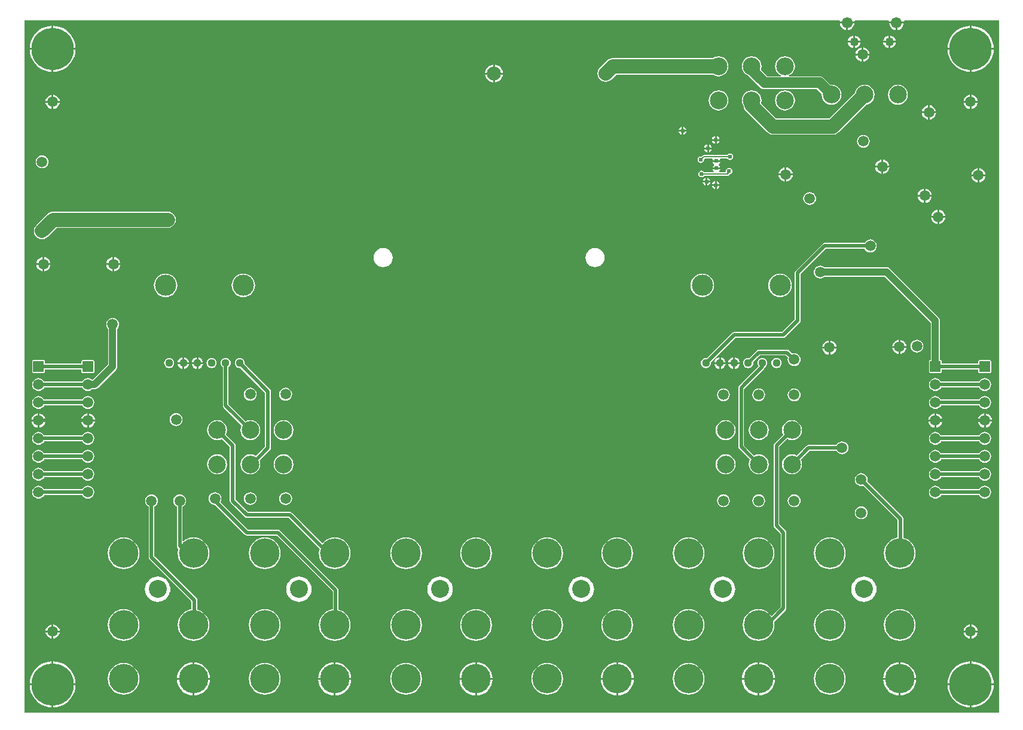
<source format=gbl>
G04 Layer_Physical_Order=2*
G04 Layer_Color=16711680*
%FSLAX43Y43*%
%MOMM*%
G71*
G01*
G75*
%ADD23C,0.500*%
%ADD24C,1.000*%
%ADD25C,2.000*%
%ADD26C,0.300*%
%ADD29C,0.203*%
%ADD31C,2.500*%
%ADD32C,1.110*%
%ADD33C,3.000*%
%ADD34C,6.000*%
%ADD35C,1.500*%
%ADD36C,2.000*%
%ADD37C,1.250*%
%ADD38C,1.550*%
%ADD39R,1.500X1.500*%
%ADD40C,4.166*%
%ADD41C,2.540*%
%ADD42C,0.610*%
%ADD43C,0.601*%
%ADD44C,1.500*%
G36*
X139000Y1000D02*
X1000D01*
Y99000D01*
X116380D01*
X116485Y98873D01*
X116479Y98827D01*
X117500D01*
X118521D01*
X118515Y98873D01*
X118620Y99000D01*
X123380D01*
X123485Y98873D01*
X123479Y98827D01*
X124500D01*
X125521D01*
X125515Y98873D01*
X125620Y99000D01*
X139000D01*
Y1000D01*
D02*
G37*
%LPC*%
G36*
X137000Y35670D02*
X136764Y35639D01*
X136545Y35548D01*
X136356Y35404D01*
X136212Y35215D01*
X136193Y35170D01*
X130807D01*
X130788Y35215D01*
X130644Y35404D01*
X130455Y35548D01*
X130236Y35639D01*
X130000Y35670D01*
X129764Y35639D01*
X129545Y35548D01*
X129356Y35404D01*
X129212Y35215D01*
X129121Y34996D01*
X129090Y34760D01*
X129121Y34524D01*
X129212Y34305D01*
X129356Y34116D01*
X129545Y33972D01*
X129764Y33881D01*
X130000Y33850D01*
X130236Y33881D01*
X130455Y33972D01*
X130644Y34116D01*
X130788Y34305D01*
X130807Y34350D01*
X136193D01*
X136212Y34305D01*
X136356Y34116D01*
X136545Y33972D01*
X136764Y33881D01*
X137000Y33850D01*
X137236Y33881D01*
X137455Y33972D01*
X137644Y34116D01*
X137788Y34305D01*
X137879Y34524D01*
X137910Y34760D01*
X137879Y34996D01*
X137788Y35215D01*
X137644Y35404D01*
X137455Y35548D01*
X137236Y35639D01*
X137000Y35670D01*
D02*
G37*
G36*
X10000Y35670D02*
X9764Y35639D01*
X9545Y35548D01*
X9356Y35404D01*
X9212Y35215D01*
X9193Y35170D01*
X3807D01*
X3788Y35215D01*
X3644Y35404D01*
X3455Y35548D01*
X3236Y35639D01*
X3000Y35670D01*
X2764Y35639D01*
X2545Y35548D01*
X2356Y35404D01*
X2212Y35215D01*
X2121Y34996D01*
X2090Y34760D01*
X2121Y34524D01*
X2212Y34305D01*
X2356Y34116D01*
X2545Y33972D01*
X2764Y33881D01*
X3000Y33850D01*
X3236Y33881D01*
X3455Y33972D01*
X3644Y34116D01*
X3788Y34305D01*
X3807Y34350D01*
X9193D01*
X9212Y34305D01*
X9356Y34116D01*
X9545Y33972D01*
X9764Y33881D01*
X10000Y33850D01*
X10236Y33881D01*
X10455Y33972D01*
X10644Y34116D01*
X10788Y34305D01*
X10879Y34524D01*
X10910Y34760D01*
X10879Y34996D01*
X10788Y35215D01*
X10644Y35404D01*
X10455Y35548D01*
X10236Y35639D01*
X10000Y35670D01*
D02*
G37*
G36*
X116800Y39410D02*
X116564Y39379D01*
X116345Y39288D01*
X116156Y39144D01*
X116012Y38955D01*
X115993Y38910D01*
X112030D01*
X111873Y38879D01*
X111740Y38790D01*
X110363Y37413D01*
X110066Y37536D01*
X109700Y37584D01*
X109334Y37536D01*
X108993Y37395D01*
X108700Y37170D01*
X108475Y36877D01*
X108334Y36536D01*
X108285Y36170D01*
X108334Y35804D01*
X108475Y35463D01*
X108700Y35170D01*
X108993Y34945D01*
X109334Y34804D01*
X109700Y34756D01*
X110066Y34804D01*
X110407Y34945D01*
X110700Y35170D01*
X110925Y35463D01*
X111066Y35804D01*
X111115Y36170D01*
X111066Y36536D01*
X110943Y36833D01*
X112200Y38090D01*
X115993D01*
X116012Y38045D01*
X116156Y37856D01*
X116345Y37712D01*
X116564Y37621D01*
X116800Y37590D01*
X117036Y37621D01*
X117255Y37712D01*
X117444Y37856D01*
X117588Y38045D01*
X117679Y38264D01*
X117710Y38500D01*
X117679Y38736D01*
X117588Y38955D01*
X117444Y39144D01*
X117255Y39288D01*
X117036Y39379D01*
X116800Y39410D01*
D02*
G37*
G36*
X31500Y51214D02*
X31315Y51189D01*
X31143Y51118D01*
X30995Y51005D01*
X30882Y50857D01*
X30811Y50685D01*
X30787Y50500D01*
X30811Y50315D01*
X30882Y50143D01*
X30995Y49995D01*
X31143Y49882D01*
X31315Y49811D01*
X31500Y49786D01*
X31618Y49802D01*
X35090Y46330D01*
Y38670D01*
X33768Y37348D01*
X33707Y37395D01*
X33366Y37536D01*
X33000Y37584D01*
X32634Y37536D01*
X32293Y37395D01*
X32000Y37170D01*
X31775Y36877D01*
X31634Y36536D01*
X31585Y36170D01*
X31634Y35804D01*
X31775Y35463D01*
X32000Y35170D01*
X32293Y34945D01*
X32634Y34804D01*
X33000Y34756D01*
X33366Y34804D01*
X33707Y34945D01*
X34000Y35170D01*
X34225Y35463D01*
X34366Y35804D01*
X34414Y36170D01*
X34366Y36536D01*
X34293Y36713D01*
X35790Y38210D01*
X35879Y38343D01*
X35910Y38500D01*
Y46500D01*
X35879Y46657D01*
X35790Y46790D01*
X32198Y50382D01*
X32214Y50500D01*
X32189Y50685D01*
X32118Y50857D01*
X32005Y51005D01*
X31857Y51118D01*
X31685Y51189D01*
X31500Y51214D01*
D02*
G37*
G36*
X37700Y37584D02*
X37334Y37536D01*
X36993Y37395D01*
X36700Y37170D01*
X36475Y36877D01*
X36334Y36536D01*
X36285Y36170D01*
X36334Y35804D01*
X36475Y35463D01*
X36700Y35170D01*
X36993Y34945D01*
X37334Y34804D01*
X37700Y34756D01*
X38066Y34804D01*
X38407Y34945D01*
X38700Y35170D01*
X38925Y35463D01*
X39066Y35804D01*
X39114Y36170D01*
X39066Y36536D01*
X38925Y36877D01*
X38700Y37170D01*
X38407Y37395D01*
X38066Y37536D01*
X37700Y37584D01*
D02*
G37*
G36*
X28300D02*
X27934Y37536D01*
X27593Y37395D01*
X27300Y37170D01*
X27075Y36877D01*
X26934Y36536D01*
X26885Y36170D01*
X26934Y35804D01*
X27075Y35463D01*
X27300Y35170D01*
X27593Y34945D01*
X27934Y34804D01*
X28300Y34756D01*
X28666Y34804D01*
X29007Y34945D01*
X29300Y35170D01*
X29525Y35463D01*
X29666Y35804D01*
X29714Y36170D01*
X29666Y36536D01*
X29525Y36877D01*
X29300Y37170D01*
X29007Y37395D01*
X28666Y37536D01*
X28300Y37584D01*
D02*
G37*
G36*
X105500Y51214D02*
X105315Y51189D01*
X105143Y51118D01*
X104995Y51005D01*
X104882Y50857D01*
X104811Y50685D01*
X104786Y50500D01*
X104811Y50315D01*
X104882Y50143D01*
X104961Y50041D01*
X102710Y47790D01*
X102710Y47790D01*
X102210Y47290D01*
X102121Y47157D01*
X102090Y47000D01*
Y38670D01*
X102121Y38513D01*
X102210Y38380D01*
X103757Y36833D01*
X103634Y36536D01*
X103586Y36170D01*
X103634Y35804D01*
X103775Y35463D01*
X104000Y35170D01*
X104293Y34945D01*
X104634Y34804D01*
X105000Y34756D01*
X105366Y34804D01*
X105707Y34945D01*
X106000Y35170D01*
X106225Y35463D01*
X106366Y35804D01*
X106414Y36170D01*
X106366Y36536D01*
X106225Y36877D01*
X106000Y37170D01*
X105707Y37395D01*
X105366Y37536D01*
X105000Y37584D01*
X104634Y37536D01*
X104337Y37413D01*
X102910Y38840D01*
Y46830D01*
X103290Y47210D01*
X103290Y47210D01*
X105790Y49710D01*
X105879Y49843D01*
X105892Y49909D01*
X106005Y49995D01*
X106118Y50143D01*
X106189Y50315D01*
X106214Y50500D01*
X106189Y50685D01*
X106118Y50857D01*
X106005Y51005D01*
X105857Y51118D01*
X105685Y51189D01*
X105500Y51214D01*
D02*
G37*
G36*
X100300Y37584D02*
X99934Y37536D01*
X99593Y37395D01*
X99300Y37170D01*
X99075Y36877D01*
X98934Y36536D01*
X98885Y36170D01*
X98934Y35804D01*
X99075Y35463D01*
X99300Y35170D01*
X99593Y34945D01*
X99934Y34804D01*
X100300Y34756D01*
X100666Y34804D01*
X101007Y34945D01*
X101300Y35170D01*
X101525Y35463D01*
X101666Y35804D01*
X101715Y36170D01*
X101666Y36536D01*
X101525Y36877D01*
X101300Y37170D01*
X101007Y37395D01*
X100666Y37536D01*
X100300Y37584D01*
D02*
G37*
G36*
X105000Y42415D02*
X104634Y42366D01*
X104293Y42225D01*
X104000Y42000D01*
X103775Y41707D01*
X103634Y41366D01*
X103586Y41000D01*
X103634Y40634D01*
X103775Y40293D01*
X104000Y40000D01*
X104293Y39775D01*
X104634Y39634D01*
X105000Y39585D01*
X105366Y39634D01*
X105707Y39775D01*
X106000Y40000D01*
X106225Y40293D01*
X106366Y40634D01*
X106414Y41000D01*
X106366Y41366D01*
X106225Y41707D01*
X106000Y42000D01*
X105707Y42225D01*
X105366Y42366D01*
X105000Y42415D01*
D02*
G37*
G36*
X100300D02*
X99934Y42366D01*
X99593Y42225D01*
X99300Y42000D01*
X99075Y41707D01*
X98934Y41366D01*
X98885Y41000D01*
X98934Y40634D01*
X99075Y40293D01*
X99300Y40000D01*
X99593Y39775D01*
X99934Y39634D01*
X100300Y39585D01*
X100666Y39634D01*
X101007Y39775D01*
X101300Y40000D01*
X101525Y40293D01*
X101666Y40634D01*
X101715Y41000D01*
X101666Y41366D01*
X101525Y41707D01*
X101300Y42000D01*
X101007Y42225D01*
X100666Y42366D01*
X100300Y42415D01*
D02*
G37*
G36*
X10000Y40750D02*
X9764Y40719D01*
X9545Y40628D01*
X9356Y40484D01*
X9212Y40295D01*
X9193Y40250D01*
X3807D01*
X3788Y40295D01*
X3644Y40484D01*
X3455Y40628D01*
X3236Y40719D01*
X3000Y40750D01*
X2764Y40719D01*
X2545Y40628D01*
X2356Y40484D01*
X2212Y40295D01*
X2121Y40076D01*
X2090Y39840D01*
X2121Y39604D01*
X2212Y39385D01*
X2356Y39196D01*
X2545Y39052D01*
X2764Y38961D01*
X3000Y38930D01*
X3236Y38961D01*
X3455Y39052D01*
X3644Y39196D01*
X3788Y39385D01*
X3807Y39430D01*
X9193D01*
X9212Y39385D01*
X9356Y39196D01*
X9545Y39052D01*
X9764Y38961D01*
X10000Y38930D01*
X10236Y38961D01*
X10455Y39052D01*
X10644Y39196D01*
X10788Y39385D01*
X10879Y39604D01*
X10910Y39840D01*
X10879Y40076D01*
X10788Y40295D01*
X10644Y40484D01*
X10455Y40628D01*
X10236Y40719D01*
X10000Y40750D01*
D02*
G37*
G36*
X109700Y42415D02*
X109334Y42366D01*
X108993Y42225D01*
X108700Y42000D01*
X108475Y41707D01*
X108334Y41366D01*
X108285Y41000D01*
X108334Y40634D01*
X108457Y40337D01*
X107210Y39090D01*
X107121Y38957D01*
X107090Y38800D01*
Y27500D01*
X107121Y27343D01*
X107210Y27210D01*
X108090Y26330D01*
Y15952D01*
X106872Y14734D01*
X106745Y14740D01*
X106541Y14988D01*
X106201Y15267D01*
X105813Y15475D01*
X105391Y15603D01*
X104953Y15646D01*
X104515Y15603D01*
X104093Y15475D01*
X103705Y15267D01*
X103365Y14988D01*
X103086Y14648D01*
X102878Y14260D01*
X102750Y13838D01*
X102707Y13400D01*
X102750Y12962D01*
X102878Y12540D01*
X103086Y12152D01*
X103365Y11812D01*
X103705Y11533D01*
X104093Y11325D01*
X104515Y11197D01*
X104953Y11154D01*
X105391Y11197D01*
X105813Y11325D01*
X106201Y11533D01*
X106541Y11812D01*
X106821Y12152D01*
X107028Y12540D01*
X107156Y12962D01*
X107199Y13400D01*
X107156Y13838D01*
X107151Y13853D01*
X108790Y15492D01*
X108879Y15625D01*
X108910Y15782D01*
Y26500D01*
X108879Y26657D01*
X108790Y26790D01*
X107910Y27670D01*
Y38630D01*
X109037Y39757D01*
X109334Y39634D01*
X109700Y39585D01*
X110066Y39634D01*
X110407Y39775D01*
X110700Y40000D01*
X110925Y40293D01*
X111066Y40634D01*
X111115Y41000D01*
X111066Y41366D01*
X110925Y41707D01*
X110700Y42000D01*
X110407Y42225D01*
X110066Y42366D01*
X109700Y42415D01*
D02*
G37*
G36*
X137000Y38210D02*
X136764Y38179D01*
X136545Y38088D01*
X136356Y37944D01*
X136212Y37755D01*
X136193Y37710D01*
X130807D01*
X130788Y37755D01*
X130644Y37944D01*
X130455Y38088D01*
X130236Y38179D01*
X130000Y38210D01*
X129764Y38179D01*
X129545Y38088D01*
X129356Y37944D01*
X129212Y37755D01*
X129121Y37536D01*
X129090Y37300D01*
X129121Y37064D01*
X129212Y36845D01*
X129356Y36656D01*
X129545Y36512D01*
X129764Y36421D01*
X130000Y36390D01*
X130236Y36421D01*
X130455Y36512D01*
X130644Y36656D01*
X130788Y36845D01*
X130807Y36890D01*
X136193D01*
X136212Y36845D01*
X136356Y36656D01*
X136545Y36512D01*
X136764Y36421D01*
X137000Y36390D01*
X137236Y36421D01*
X137455Y36512D01*
X137644Y36656D01*
X137788Y36845D01*
X137879Y37064D01*
X137910Y37300D01*
X137879Y37536D01*
X137788Y37755D01*
X137644Y37944D01*
X137455Y38088D01*
X137236Y38179D01*
X137000Y38210D01*
D02*
G37*
G36*
X10000Y38210D02*
X9764Y38179D01*
X9545Y38088D01*
X9356Y37944D01*
X9212Y37755D01*
X9193Y37710D01*
X3807D01*
X3788Y37755D01*
X3644Y37944D01*
X3455Y38088D01*
X3236Y38179D01*
X3000Y38210D01*
X2764Y38179D01*
X2545Y38088D01*
X2356Y37944D01*
X2212Y37755D01*
X2121Y37536D01*
X2090Y37300D01*
X2121Y37064D01*
X2212Y36845D01*
X2356Y36656D01*
X2545Y36512D01*
X2764Y36421D01*
X3000Y36390D01*
X3236Y36421D01*
X3455Y36512D01*
X3644Y36656D01*
X3788Y36845D01*
X3807Y36890D01*
X9193D01*
X9212Y36845D01*
X9356Y36656D01*
X9545Y36512D01*
X9764Y36421D01*
X10000Y36390D01*
X10236Y36421D01*
X10455Y36512D01*
X10644Y36656D01*
X10788Y36845D01*
X10879Y37064D01*
X10910Y37300D01*
X10879Y37536D01*
X10788Y37755D01*
X10644Y37944D01*
X10455Y38088D01*
X10236Y38179D01*
X10000Y38210D01*
D02*
G37*
G36*
X37700Y42415D02*
X37334Y42366D01*
X36993Y42225D01*
X36700Y42000D01*
X36475Y41707D01*
X36334Y41366D01*
X36285Y41000D01*
X36334Y40634D01*
X36475Y40293D01*
X36700Y40000D01*
X36993Y39775D01*
X37334Y39634D01*
X37700Y39585D01*
X38066Y39634D01*
X38407Y39775D01*
X38700Y40000D01*
X38925Y40293D01*
X39066Y40634D01*
X39114Y41000D01*
X39066Y41366D01*
X38925Y41707D01*
X38700Y42000D01*
X38407Y42225D01*
X38066Y42366D01*
X37700Y42415D01*
D02*
G37*
G36*
X29500Y51214D02*
X29315Y51189D01*
X29143Y51118D01*
X28995Y51005D01*
X28882Y50857D01*
X28811Y50685D01*
X28787Y50500D01*
X28811Y50315D01*
X28882Y50143D01*
X28995Y49995D01*
X29090Y49923D01*
Y44500D01*
X29121Y44343D01*
X29210Y44210D01*
X31757Y41663D01*
X31634Y41366D01*
X31585Y41000D01*
X31634Y40634D01*
X31775Y40293D01*
X32000Y40000D01*
X32293Y39775D01*
X32634Y39634D01*
X33000Y39585D01*
X33366Y39634D01*
X33707Y39775D01*
X34000Y40000D01*
X34225Y40293D01*
X34366Y40634D01*
X34414Y41000D01*
X34366Y41366D01*
X34225Y41707D01*
X34000Y42000D01*
X33707Y42225D01*
X33366Y42366D01*
X33000Y42415D01*
X32634Y42366D01*
X32337Y42243D01*
X29910Y44670D01*
Y49923D01*
X30005Y49995D01*
X30118Y50143D01*
X30189Y50315D01*
X30214Y50500D01*
X30189Y50685D01*
X30118Y50857D01*
X30005Y51005D01*
X29857Y51118D01*
X29685Y51189D01*
X29500Y51214D01*
D02*
G37*
G36*
X137000Y33130D02*
X136764Y33099D01*
X136545Y33008D01*
X136356Y32864D01*
X136212Y32675D01*
X136193Y32630D01*
X130807D01*
X130788Y32675D01*
X130644Y32864D01*
X130455Y33008D01*
X130236Y33099D01*
X130000Y33130D01*
X129764Y33099D01*
X129545Y33008D01*
X129356Y32864D01*
X129212Y32675D01*
X129121Y32456D01*
X129090Y32220D01*
X129121Y31984D01*
X129212Y31765D01*
X129356Y31576D01*
X129545Y31432D01*
X129764Y31341D01*
X130000Y31310D01*
X130236Y31341D01*
X130455Y31432D01*
X130644Y31576D01*
X130788Y31765D01*
X130807Y31810D01*
X136193D01*
X136212Y31765D01*
X136356Y31576D01*
X136545Y31432D01*
X136764Y31341D01*
X137000Y31310D01*
X137236Y31341D01*
X137455Y31432D01*
X137644Y31576D01*
X137788Y31765D01*
X137879Y31984D01*
X137910Y32220D01*
X137879Y32456D01*
X137788Y32675D01*
X137644Y32864D01*
X137455Y33008D01*
X137236Y33099D01*
X137000Y33130D01*
D02*
G37*
G36*
X115047Y25806D02*
X114609Y25763D01*
X114187Y25635D01*
X113799Y25427D01*
X113459Y25148D01*
X113179Y24808D01*
X112972Y24420D01*
X112844Y23998D01*
X112801Y23560D01*
X112844Y23122D01*
X112972Y22700D01*
X113179Y22312D01*
X113459Y21972D01*
X113799Y21693D01*
X114187Y21485D01*
X114609Y21357D01*
X115047Y21314D01*
X115485Y21357D01*
X115907Y21485D01*
X116295Y21693D01*
X116635Y21972D01*
X116914Y22312D01*
X117122Y22700D01*
X117250Y23122D01*
X117293Y23560D01*
X117250Y23998D01*
X117122Y24420D01*
X116914Y24808D01*
X116635Y25148D01*
X116295Y25427D01*
X115907Y25635D01*
X115485Y25763D01*
X115047Y25806D01*
D02*
G37*
G36*
X104953D02*
X104515Y25763D01*
X104093Y25635D01*
X103705Y25427D01*
X103365Y25148D01*
X103086Y24808D01*
X102878Y24420D01*
X102750Y23998D01*
X102707Y23560D01*
X102750Y23122D01*
X102878Y22700D01*
X103086Y22312D01*
X103365Y21972D01*
X103705Y21693D01*
X104093Y21485D01*
X104515Y21357D01*
X104953Y21314D01*
X105391Y21357D01*
X105813Y21485D01*
X106201Y21693D01*
X106541Y21972D01*
X106821Y22312D01*
X107028Y22700D01*
X107156Y23122D01*
X107199Y23560D01*
X107156Y23998D01*
X107028Y24420D01*
X106821Y24808D01*
X106541Y25148D01*
X106201Y25427D01*
X105813Y25635D01*
X105391Y25763D01*
X104953Y25806D01*
D02*
G37*
G36*
X55047Y25806D02*
X54609Y25763D01*
X54187Y25635D01*
X53799Y25427D01*
X53459Y25148D01*
X53180Y24808D01*
X52972Y24420D01*
X52844Y23998D01*
X52801Y23560D01*
X52844Y23122D01*
X52972Y22700D01*
X53180Y22312D01*
X53459Y21972D01*
X53799Y21693D01*
X54187Y21485D01*
X54609Y21357D01*
X55047Y21314D01*
X55485Y21357D01*
X55907Y21485D01*
X56295Y21693D01*
X56635Y21972D01*
X56914Y22312D01*
X57122Y22700D01*
X57250Y23122D01*
X57293Y23560D01*
X57250Y23998D01*
X57122Y24420D01*
X56914Y24808D01*
X56635Y25148D01*
X56295Y25427D01*
X55907Y25635D01*
X55485Y25763D01*
X55047Y25806D01*
D02*
G37*
G36*
X119500Y34910D02*
X119264Y34879D01*
X119045Y34788D01*
X118856Y34644D01*
X118712Y34455D01*
X118621Y34236D01*
X118590Y34000D01*
X118621Y33764D01*
X118712Y33545D01*
X118856Y33356D01*
X119045Y33212D01*
X119264Y33121D01*
X119500Y33090D01*
X119736Y33121D01*
X119780Y33139D01*
X124670Y28250D01*
Y25778D01*
X124515Y25763D01*
X124093Y25635D01*
X123705Y25427D01*
X123365Y25148D01*
X123086Y24808D01*
X122878Y24420D01*
X122750Y23998D01*
X122707Y23560D01*
X122750Y23122D01*
X122878Y22700D01*
X123086Y22312D01*
X123365Y21972D01*
X123705Y21693D01*
X124093Y21485D01*
X124515Y21357D01*
X124953Y21314D01*
X125391Y21357D01*
X125813Y21485D01*
X126201Y21693D01*
X126541Y21972D01*
X126820Y22312D01*
X127028Y22700D01*
X127156Y23122D01*
X127199Y23560D01*
X127156Y23998D01*
X127028Y24420D01*
X126820Y24808D01*
X126541Y25148D01*
X126201Y25427D01*
X125813Y25635D01*
X125490Y25733D01*
Y28420D01*
X125459Y28577D01*
X125370Y28710D01*
X120361Y33720D01*
X120379Y33764D01*
X120410Y34000D01*
X120379Y34236D01*
X120288Y34455D01*
X120144Y34644D01*
X119955Y34788D01*
X119736Y34879D01*
X119500Y34910D01*
D02*
G37*
G36*
X35047Y25806D02*
X34609Y25763D01*
X34187Y25635D01*
X33799Y25427D01*
X33459Y25148D01*
X33180Y24808D01*
X32972Y24420D01*
X32844Y23998D01*
X32801Y23560D01*
X32844Y23122D01*
X32972Y22700D01*
X33180Y22312D01*
X33459Y21972D01*
X33799Y21693D01*
X34187Y21485D01*
X34609Y21357D01*
X35047Y21314D01*
X35485Y21357D01*
X35907Y21485D01*
X36295Y21693D01*
X36635Y21972D01*
X36914Y22312D01*
X37122Y22700D01*
X37250Y23122D01*
X37293Y23560D01*
X37250Y23998D01*
X37122Y24420D01*
X36914Y24808D01*
X36635Y25148D01*
X36295Y25427D01*
X35907Y25635D01*
X35485Y25763D01*
X35047Y25806D01*
D02*
G37*
G36*
X23000Y31910D02*
X22764Y31879D01*
X22545Y31788D01*
X22356Y31644D01*
X22212Y31455D01*
X22121Y31236D01*
X22090Y31000D01*
X22121Y30764D01*
X22212Y30545D01*
X22356Y30356D01*
X22545Y30212D01*
X22590Y30193D01*
Y24602D01*
X22621Y24445D01*
X22710Y24312D01*
X22814Y24208D01*
X22750Y23998D01*
X22707Y23560D01*
X22750Y23122D01*
X22878Y22700D01*
X23086Y22312D01*
X23365Y21972D01*
X23705Y21693D01*
X24093Y21485D01*
X24515Y21357D01*
X24953Y21314D01*
X25391Y21357D01*
X25813Y21485D01*
X26201Y21693D01*
X26541Y21972D01*
X26820Y22312D01*
X27028Y22700D01*
X27156Y23122D01*
X27199Y23560D01*
X27156Y23998D01*
X27028Y24420D01*
X26820Y24808D01*
X26541Y25148D01*
X26201Y25427D01*
X25813Y25635D01*
X25391Y25763D01*
X24953Y25806D01*
X24515Y25763D01*
X24093Y25635D01*
X23705Y25427D01*
X23525Y25280D01*
X23410Y25334D01*
Y30193D01*
X23455Y30212D01*
X23644Y30356D01*
X23788Y30545D01*
X23879Y30764D01*
X23910Y31000D01*
X23879Y31236D01*
X23788Y31455D01*
X23644Y31644D01*
X23455Y31788D01*
X23236Y31879D01*
X23000Y31910D01*
D02*
G37*
G36*
X95047Y25806D02*
X94609Y25763D01*
X94187Y25635D01*
X93799Y25427D01*
X93459Y25148D01*
X93180Y24808D01*
X92972Y24420D01*
X92844Y23998D01*
X92801Y23560D01*
X92844Y23122D01*
X92972Y22700D01*
X93180Y22312D01*
X93459Y21972D01*
X93799Y21693D01*
X94187Y21485D01*
X94609Y21357D01*
X95047Y21314D01*
X95485Y21357D01*
X95907Y21485D01*
X96295Y21693D01*
X96635Y21972D01*
X96914Y22312D01*
X97122Y22700D01*
X97250Y23122D01*
X97293Y23560D01*
X97250Y23998D01*
X97122Y24420D01*
X96914Y24808D01*
X96635Y25148D01*
X96295Y25427D01*
X95907Y25635D01*
X95485Y25763D01*
X95047Y25806D01*
D02*
G37*
G36*
X28300Y42415D02*
X27934Y42366D01*
X27593Y42225D01*
X27300Y42000D01*
X27075Y41707D01*
X26934Y41366D01*
X26885Y41000D01*
X26934Y40634D01*
X27075Y40293D01*
X27300Y40000D01*
X27593Y39775D01*
X27934Y39634D01*
X28300Y39585D01*
X28666Y39634D01*
X28963Y39757D01*
X30090Y38630D01*
Y31000D01*
X30121Y30843D01*
X30210Y30710D01*
X32210Y28710D01*
X32343Y28621D01*
X32500Y28590D01*
X38432D01*
X42814Y24208D01*
X42750Y23998D01*
X42707Y23560D01*
X42750Y23122D01*
X42878Y22700D01*
X43085Y22312D01*
X43365Y21972D01*
X43705Y21693D01*
X44093Y21485D01*
X44515Y21357D01*
X44953Y21314D01*
X45391Y21357D01*
X45813Y21485D01*
X46201Y21693D01*
X46541Y21972D01*
X46820Y22312D01*
X47028Y22700D01*
X47156Y23122D01*
X47199Y23560D01*
X47156Y23998D01*
X47028Y24420D01*
X46820Y24808D01*
X46541Y25148D01*
X46201Y25427D01*
X45813Y25635D01*
X45391Y25763D01*
X44953Y25806D01*
X44515Y25763D01*
X44093Y25635D01*
X43705Y25427D01*
X43365Y25148D01*
X43276Y25040D01*
X43149Y25033D01*
X38892Y29290D01*
X38759Y29379D01*
X38602Y29410D01*
X32670D01*
X30910Y31170D01*
Y38800D01*
X30879Y38957D01*
X30790Y39090D01*
X29543Y40337D01*
X29666Y40634D01*
X29714Y41000D01*
X29666Y41366D01*
X29525Y41707D01*
X29300Y42000D01*
X29007Y42225D01*
X28666Y42366D01*
X28300Y42415D01*
D02*
G37*
G36*
X33000Y32210D02*
X32764Y32179D01*
X32545Y32088D01*
X32356Y31944D01*
X32212Y31755D01*
X32121Y31536D01*
X32090Y31300D01*
X32121Y31064D01*
X32212Y30845D01*
X32356Y30656D01*
X32545Y30512D01*
X32764Y30421D01*
X33000Y30390D01*
X33236Y30421D01*
X33455Y30512D01*
X33644Y30656D01*
X33788Y30845D01*
X33879Y31064D01*
X33910Y31300D01*
X33879Y31536D01*
X33788Y31755D01*
X33644Y31944D01*
X33455Y32088D01*
X33236Y32179D01*
X33000Y32210D01*
D02*
G37*
G36*
X110000Y31910D02*
X109764Y31879D01*
X109545Y31788D01*
X109356Y31644D01*
X109212Y31455D01*
X109121Y31236D01*
X109090Y31000D01*
X109121Y30764D01*
X109212Y30545D01*
X109356Y30356D01*
X109545Y30212D01*
X109764Y30121D01*
X110000Y30090D01*
X110236Y30121D01*
X110455Y30212D01*
X110644Y30356D01*
X110788Y30545D01*
X110879Y30764D01*
X110910Y31000D01*
X110879Y31236D01*
X110788Y31455D01*
X110644Y31644D01*
X110455Y31788D01*
X110236Y31879D01*
X110000Y31910D01*
D02*
G37*
G36*
X10000Y33130D02*
X9764Y33099D01*
X9545Y33008D01*
X9356Y32864D01*
X9212Y32675D01*
X9193Y32630D01*
X3807D01*
X3788Y32675D01*
X3644Y32864D01*
X3455Y33008D01*
X3236Y33099D01*
X3000Y33130D01*
X2764Y33099D01*
X2545Y33008D01*
X2356Y32864D01*
X2212Y32675D01*
X2121Y32456D01*
X2090Y32220D01*
X2121Y31984D01*
X2212Y31765D01*
X2356Y31576D01*
X2545Y31432D01*
X2764Y31341D01*
X3000Y31310D01*
X3236Y31341D01*
X3455Y31432D01*
X3644Y31576D01*
X3788Y31765D01*
X3807Y31810D01*
X9193D01*
X9212Y31765D01*
X9356Y31576D01*
X9545Y31432D01*
X9764Y31341D01*
X10000Y31310D01*
X10236Y31341D01*
X10455Y31432D01*
X10644Y31576D01*
X10788Y31765D01*
X10879Y31984D01*
X10910Y32220D01*
X10879Y32456D01*
X10788Y32675D01*
X10644Y32864D01*
X10455Y33008D01*
X10236Y33099D01*
X10000Y33130D01*
D02*
G37*
G36*
X38000Y32210D02*
X37764Y32179D01*
X37545Y32088D01*
X37356Y31944D01*
X37212Y31755D01*
X37121Y31536D01*
X37090Y31300D01*
X37121Y31064D01*
X37212Y30845D01*
X37356Y30656D01*
X37545Y30512D01*
X37764Y30421D01*
X38000Y30390D01*
X38236Y30421D01*
X38455Y30512D01*
X38644Y30656D01*
X38788Y30845D01*
X38879Y31064D01*
X38910Y31300D01*
X38879Y31536D01*
X38788Y31755D01*
X38644Y31944D01*
X38455Y32088D01*
X38236Y32179D01*
X38000Y32210D01*
D02*
G37*
G36*
X119499Y30210D02*
X119263Y30179D01*
X119044Y30088D01*
X118855Y29944D01*
X118711Y29755D01*
X118620Y29536D01*
X118589Y29300D01*
X118620Y29064D01*
X118711Y28845D01*
X118855Y28656D01*
X119044Y28512D01*
X119263Y28421D01*
X119499Y28390D01*
X119735Y28421D01*
X119954Y28512D01*
X120143Y28656D01*
X120287Y28845D01*
X120378Y29064D01*
X120409Y29300D01*
X120378Y29536D01*
X120287Y29755D01*
X120143Y29944D01*
X119954Y30088D01*
X119735Y30179D01*
X119499Y30210D01*
D02*
G37*
G36*
X64953Y25806D02*
X64515Y25763D01*
X64093Y25635D01*
X63705Y25427D01*
X63365Y25148D01*
X63086Y24808D01*
X62878Y24420D01*
X62750Y23998D01*
X62707Y23560D01*
X62750Y23122D01*
X62878Y22700D01*
X63086Y22312D01*
X63365Y21972D01*
X63705Y21693D01*
X64093Y21485D01*
X64515Y21357D01*
X64953Y21314D01*
X65391Y21357D01*
X65813Y21485D01*
X66201Y21693D01*
X66541Y21972D01*
X66820Y22312D01*
X67028Y22700D01*
X67156Y23122D01*
X67199Y23560D01*
X67156Y23998D01*
X67028Y24420D01*
X66820Y24808D01*
X66541Y25148D01*
X66201Y25427D01*
X65813Y25635D01*
X65391Y25763D01*
X64953Y25806D01*
D02*
G37*
G36*
X105000Y31910D02*
X104764Y31879D01*
X104545Y31788D01*
X104356Y31644D01*
X104212Y31455D01*
X104121Y31236D01*
X104090Y31000D01*
X104121Y30764D01*
X104212Y30545D01*
X104356Y30356D01*
X104545Y30212D01*
X104764Y30121D01*
X105000Y30090D01*
X105236Y30121D01*
X105455Y30212D01*
X105644Y30356D01*
X105788Y30545D01*
X105879Y30764D01*
X105910Y31000D01*
X105879Y31236D01*
X105788Y31455D01*
X105644Y31644D01*
X105455Y31788D01*
X105236Y31879D01*
X105000Y31910D01*
D02*
G37*
G36*
X100000D02*
X99764Y31879D01*
X99545Y31788D01*
X99356Y31644D01*
X99212Y31455D01*
X99121Y31236D01*
X99090Y31000D01*
X99121Y30764D01*
X99212Y30545D01*
X99356Y30356D01*
X99545Y30212D01*
X99764Y30121D01*
X100000Y30090D01*
X100236Y30121D01*
X100455Y30212D01*
X100644Y30356D01*
X100788Y30545D01*
X100879Y30764D01*
X100910Y31000D01*
X100879Y31236D01*
X100788Y31455D01*
X100644Y31644D01*
X100455Y31788D01*
X100236Y31879D01*
X100000Y31910D01*
D02*
G37*
G36*
X38000Y47010D02*
X37764Y46979D01*
X37545Y46888D01*
X37356Y46744D01*
X37212Y46555D01*
X37121Y46336D01*
X37090Y46100D01*
X37121Y45864D01*
X37212Y45645D01*
X37356Y45456D01*
X37545Y45312D01*
X37764Y45221D01*
X38000Y45190D01*
X38236Y45221D01*
X38455Y45312D01*
X38644Y45456D01*
X38788Y45645D01*
X38879Y45864D01*
X38910Y46100D01*
X38879Y46336D01*
X38788Y46555D01*
X38644Y46744D01*
X38455Y46888D01*
X38236Y46979D01*
X38000Y47010D01*
D02*
G37*
G36*
X33000Y47010D02*
X32764Y46979D01*
X32545Y46888D01*
X32356Y46744D01*
X32212Y46555D01*
X32121Y46336D01*
X32090Y46100D01*
X32121Y45864D01*
X32212Y45645D01*
X32356Y45456D01*
X32545Y45312D01*
X32764Y45221D01*
X33000Y45190D01*
X33236Y45221D01*
X33455Y45312D01*
X33644Y45456D01*
X33788Y45645D01*
X33879Y45864D01*
X33910Y46100D01*
X33879Y46336D01*
X33788Y46555D01*
X33644Y46744D01*
X33455Y46888D01*
X33236Y46979D01*
X33000Y47010D01*
D02*
G37*
G36*
X137000Y45830D02*
X136764Y45799D01*
X136545Y45708D01*
X136356Y45564D01*
X136212Y45375D01*
X136193Y45330D01*
X130807D01*
X130788Y45375D01*
X130644Y45564D01*
X130455Y45708D01*
X130236Y45799D01*
X130000Y45830D01*
X129764Y45799D01*
X129545Y45708D01*
X129356Y45564D01*
X129212Y45375D01*
X129121Y45156D01*
X129090Y44920D01*
X129121Y44684D01*
X129212Y44465D01*
X129356Y44276D01*
X129545Y44132D01*
X129764Y44041D01*
X130000Y44010D01*
X130236Y44041D01*
X130455Y44132D01*
X130644Y44276D01*
X130788Y44465D01*
X130807Y44510D01*
X136193D01*
X136212Y44465D01*
X136356Y44276D01*
X136545Y44132D01*
X136764Y44041D01*
X137000Y44010D01*
X137236Y44041D01*
X137455Y44132D01*
X137644Y44276D01*
X137788Y44465D01*
X137879Y44684D01*
X137910Y44920D01*
X137879Y45156D01*
X137788Y45375D01*
X137644Y45564D01*
X137455Y45708D01*
X137236Y45799D01*
X137000Y45830D01*
D02*
G37*
G36*
X10000Y45830D02*
X9764Y45799D01*
X9545Y45708D01*
X9356Y45564D01*
X9212Y45375D01*
X9193Y45330D01*
X3807D01*
X3788Y45375D01*
X3644Y45564D01*
X3455Y45708D01*
X3236Y45799D01*
X3000Y45830D01*
X2764Y45799D01*
X2545Y45708D01*
X2356Y45564D01*
X2212Y45375D01*
X2121Y45156D01*
X2090Y44920D01*
X2121Y44684D01*
X2212Y44465D01*
X2356Y44276D01*
X2545Y44132D01*
X2764Y44041D01*
X3000Y44010D01*
X3236Y44041D01*
X3455Y44132D01*
X3644Y44276D01*
X3788Y44465D01*
X3807Y44510D01*
X9193D01*
X9212Y44465D01*
X9356Y44276D01*
X9545Y44132D01*
X9764Y44041D01*
X10000Y44010D01*
X10236Y44041D01*
X10455Y44132D01*
X10644Y44276D01*
X10788Y44465D01*
X10879Y44684D01*
X10910Y44920D01*
X10879Y45156D01*
X10788Y45375D01*
X10644Y45564D01*
X10455Y45708D01*
X10236Y45799D01*
X10000Y45830D01*
D02*
G37*
G36*
X100000Y46910D02*
X99764Y46879D01*
X99545Y46788D01*
X99356Y46644D01*
X99212Y46455D01*
X99121Y46236D01*
X99090Y46000D01*
X99121Y45764D01*
X99212Y45545D01*
X99356Y45356D01*
X99545Y45212D01*
X99764Y45121D01*
X100000Y45090D01*
X100236Y45121D01*
X100455Y45212D01*
X100644Y45356D01*
X100788Y45545D01*
X100879Y45764D01*
X100910Y46000D01*
X100879Y46236D01*
X100788Y46455D01*
X100644Y46644D01*
X100455Y46788D01*
X100236Y46879D01*
X100000Y46910D01*
D02*
G37*
G36*
X130127Y43376D02*
Y42507D01*
X130996D01*
X130978Y42642D01*
X130877Y42886D01*
X130716Y43096D01*
X130506Y43257D01*
X130262Y43358D01*
X130127Y43376D01*
D02*
G37*
G36*
X110000Y46910D02*
X109764Y46879D01*
X109545Y46788D01*
X109356Y46644D01*
X109212Y46455D01*
X109121Y46236D01*
X109090Y46000D01*
X109121Y45764D01*
X109212Y45545D01*
X109356Y45356D01*
X109545Y45212D01*
X109764Y45121D01*
X110000Y45090D01*
X110236Y45121D01*
X110455Y45212D01*
X110644Y45356D01*
X110788Y45545D01*
X110879Y45764D01*
X110910Y46000D01*
X110879Y46236D01*
X110788Y46455D01*
X110644Y46644D01*
X110455Y46788D01*
X110236Y46879D01*
X110000Y46910D01*
D02*
G37*
G36*
X105000D02*
X104764Y46879D01*
X104545Y46788D01*
X104356Y46644D01*
X104212Y46455D01*
X104121Y46236D01*
X104090Y46000D01*
X104121Y45764D01*
X104212Y45545D01*
X104356Y45356D01*
X104545Y45212D01*
X104764Y45121D01*
X105000Y45090D01*
X105236Y45121D01*
X105455Y45212D01*
X105644Y45356D01*
X105788Y45545D01*
X105879Y45764D01*
X105910Y46000D01*
X105879Y46236D01*
X105788Y46455D01*
X105644Y46644D01*
X105455Y46788D01*
X105236Y46879D01*
X105000Y46910D01*
D02*
G37*
G36*
X25373Y50373D02*
X24701D01*
X24712Y50289D01*
X24793Y50092D01*
X24923Y49923D01*
X25092Y49793D01*
X25289Y49712D01*
X25373Y49701D01*
Y50373D01*
D02*
G37*
G36*
X24299D02*
X23627D01*
Y49701D01*
X23711Y49712D01*
X23908Y49793D01*
X24077Y49923D01*
X24207Y50092D01*
X24288Y50289D01*
X24299Y50373D01*
D02*
G37*
G36*
X99373D02*
X98701D01*
X98712Y50289D01*
X98793Y50092D01*
X98923Y49923D01*
X99092Y49793D01*
X99289Y49712D01*
X99373Y49701D01*
Y50373D01*
D02*
G37*
G36*
X26299D02*
X25627D01*
Y49701D01*
X25711Y49712D01*
X25908Y49793D01*
X26077Y49923D01*
X26207Y50092D01*
X26288Y50289D01*
X26299Y50373D01*
D02*
G37*
G36*
X13500Y56910D02*
X13264Y56879D01*
X13045Y56788D01*
X12856Y56644D01*
X12712Y56455D01*
X12621Y56236D01*
X12590Y56000D01*
X12621Y55764D01*
X12712Y55545D01*
X12842Y55375D01*
Y50273D01*
X10687Y48118D01*
X10625D01*
X10455Y48248D01*
X10236Y48339D01*
X10000Y48370D01*
X9764Y48339D01*
X9545Y48248D01*
X9356Y48104D01*
X9212Y47915D01*
X9193Y47870D01*
X3807D01*
X3788Y47915D01*
X3644Y48104D01*
X3455Y48248D01*
X3236Y48339D01*
X3000Y48370D01*
X2764Y48339D01*
X2545Y48248D01*
X2356Y48104D01*
X2212Y47915D01*
X2121Y47696D01*
X2090Y47460D01*
X2121Y47224D01*
X2212Y47005D01*
X2356Y46816D01*
X2545Y46672D01*
X2764Y46581D01*
X3000Y46550D01*
X3236Y46581D01*
X3455Y46672D01*
X3644Y46816D01*
X3788Y47005D01*
X3807Y47050D01*
X9193D01*
X9212Y47005D01*
X9356Y46816D01*
X9545Y46672D01*
X9764Y46581D01*
X10000Y46550D01*
X10236Y46581D01*
X10455Y46672D01*
X10625Y46802D01*
X10960D01*
X11130Y46824D01*
X11289Y46890D01*
X11425Y46995D01*
X13965Y49535D01*
X14070Y49671D01*
X14136Y49830D01*
X14158Y50000D01*
Y55375D01*
X14288Y55545D01*
X14379Y55764D01*
X14410Y56000D01*
X14379Y56236D01*
X14288Y56455D01*
X14144Y56644D01*
X13955Y56788D01*
X13736Y56879D01*
X13500Y56910D01*
D02*
G37*
G36*
X137000Y48370D02*
X136764Y48339D01*
X136545Y48248D01*
X136356Y48104D01*
X136212Y47915D01*
X136193Y47870D01*
X130807D01*
X130788Y47915D01*
X130644Y48104D01*
X130455Y48248D01*
X130236Y48339D01*
X130000Y48370D01*
X129764Y48339D01*
X129545Y48248D01*
X129356Y48104D01*
X129212Y47915D01*
X129121Y47696D01*
X129090Y47460D01*
X129121Y47224D01*
X129212Y47005D01*
X129356Y46816D01*
X129545Y46672D01*
X129764Y46581D01*
X130000Y46550D01*
X130236Y46581D01*
X130455Y46672D01*
X130644Y46816D01*
X130788Y47005D01*
X130807Y47050D01*
X136193D01*
X136212Y47005D01*
X136356Y46816D01*
X136545Y46672D01*
X136764Y46581D01*
X137000Y46550D01*
X137236Y46581D01*
X137455Y46672D01*
X137644Y46816D01*
X137788Y47005D01*
X137879Y47224D01*
X137910Y47460D01*
X137879Y47696D01*
X137788Y47915D01*
X137644Y48104D01*
X137455Y48248D01*
X137236Y48339D01*
X137000Y48370D01*
D02*
G37*
G36*
X23373Y50373D02*
X22701D01*
X22712Y50289D01*
X22793Y50092D01*
X22923Y49923D01*
X23092Y49793D01*
X23289Y49712D01*
X23373Y49701D01*
Y50373D01*
D02*
G37*
G36*
X113700Y64310D02*
X113464Y64279D01*
X113245Y64188D01*
X113056Y64044D01*
X112912Y63855D01*
X112821Y63636D01*
X112790Y63400D01*
X112821Y63164D01*
X112912Y62945D01*
X113056Y62756D01*
X113245Y62612D01*
X113464Y62521D01*
X113700Y62490D01*
X113936Y62521D01*
X114155Y62612D01*
X114325Y62742D01*
X122827D01*
X129342Y56227D01*
Y50915D01*
X129250D01*
X129133Y50867D01*
X129085Y50750D01*
Y49250D01*
X129133Y49133D01*
X129250Y49085D01*
X130750D01*
X130867Y49133D01*
X130915Y49250D01*
Y49590D01*
X136085D01*
Y49250D01*
X136133Y49133D01*
X136250Y49085D01*
X137750D01*
X137867Y49133D01*
X137915Y49250D01*
Y50750D01*
X137867Y50867D01*
X137750Y50915D01*
X136250D01*
X136133Y50867D01*
X136085Y50750D01*
Y50410D01*
X130915D01*
Y50750D01*
X130867Y50867D01*
X130750Y50915D01*
X130658D01*
Y56500D01*
X130636Y56670D01*
X130570Y56829D01*
X130465Y56965D01*
X123565Y63865D01*
X123429Y63970D01*
X123270Y64036D01*
X123100Y64058D01*
X114325D01*
X114155Y64188D01*
X113936Y64279D01*
X113700Y64310D01*
D02*
G37*
G36*
X3127Y43376D02*
Y42507D01*
X3996D01*
X3978Y42642D01*
X3877Y42886D01*
X3716Y43096D01*
X3506Y43257D01*
X3262Y43358D01*
X3127Y43376D01*
D02*
G37*
G36*
X129873Y42253D02*
X129004D01*
X129022Y42118D01*
X129123Y41874D01*
X129284Y41664D01*
X129494Y41503D01*
X129738Y41402D01*
X129873Y41384D01*
Y42253D01*
D02*
G37*
G36*
X3996D02*
X3127D01*
Y41384D01*
X3262Y41402D01*
X3506Y41503D01*
X3716Y41664D01*
X3877Y41874D01*
X3978Y42118D01*
X3996Y42253D01*
D02*
G37*
G36*
X137996Y42253D02*
X137127D01*
Y41384D01*
X137262Y41402D01*
X137506Y41503D01*
X137716Y41664D01*
X137877Y41874D01*
X137978Y42118D01*
X137996Y42253D01*
D02*
G37*
G36*
X136873D02*
X136004D01*
X136022Y42118D01*
X136123Y41874D01*
X136284Y41664D01*
X136494Y41503D01*
X136738Y41402D01*
X136873Y41384D01*
Y42253D01*
D02*
G37*
G36*
X2873Y42253D02*
X2004D01*
X2022Y42118D01*
X2123Y41874D01*
X2284Y41664D01*
X2494Y41503D01*
X2738Y41402D01*
X2873Y41384D01*
Y42253D01*
D02*
G37*
G36*
X137000Y40750D02*
X136764Y40719D01*
X136545Y40628D01*
X136356Y40484D01*
X136212Y40295D01*
X136193Y40250D01*
X130807D01*
X130788Y40295D01*
X130644Y40484D01*
X130455Y40628D01*
X130236Y40719D01*
X130000Y40750D01*
X129764Y40719D01*
X129545Y40628D01*
X129356Y40484D01*
X129212Y40295D01*
X129121Y40076D01*
X129090Y39840D01*
X129121Y39604D01*
X129212Y39385D01*
X129356Y39196D01*
X129545Y39052D01*
X129764Y38961D01*
X130000Y38930D01*
X130236Y38961D01*
X130455Y39052D01*
X130644Y39196D01*
X130788Y39385D01*
X130807Y39430D01*
X136193D01*
X136212Y39385D01*
X136356Y39196D01*
X136545Y39052D01*
X136764Y38961D01*
X137000Y38930D01*
X137236Y38961D01*
X137455Y39052D01*
X137644Y39196D01*
X137788Y39385D01*
X137879Y39604D01*
X137910Y39840D01*
X137879Y40076D01*
X137788Y40295D01*
X137644Y40484D01*
X137455Y40628D01*
X137236Y40719D01*
X137000Y40750D01*
D02*
G37*
G36*
X10996Y42253D02*
X10127D01*
Y41384D01*
X10262Y41402D01*
X10506Y41503D01*
X10716Y41664D01*
X10877Y41874D01*
X10978Y42118D01*
X10996Y42253D01*
D02*
G37*
G36*
X9873D02*
X9004D01*
X9022Y42118D01*
X9123Y41874D01*
X9284Y41664D01*
X9494Y41503D01*
X9738Y41402D01*
X9873Y41384D01*
Y42253D01*
D02*
G37*
G36*
X137127Y43376D02*
Y42507D01*
X137996D01*
X137978Y42642D01*
X137877Y42886D01*
X137716Y43096D01*
X137506Y43257D01*
X137262Y43358D01*
X137127Y43376D01*
D02*
G37*
G36*
X10127Y43376D02*
Y42507D01*
X10996D01*
X10978Y42642D01*
X10877Y42886D01*
X10716Y43096D01*
X10506Y43257D01*
X10262Y43358D01*
X10127Y43376D01*
D02*
G37*
G36*
X129873Y43376D02*
X129738Y43358D01*
X129494Y43257D01*
X129284Y43096D01*
X129123Y42886D01*
X129022Y42642D01*
X129004Y42507D01*
X129873D01*
Y43376D01*
D02*
G37*
G36*
X2873Y43376D02*
X2738Y43358D01*
X2494Y43257D01*
X2284Y43096D01*
X2123Y42886D01*
X2022Y42642D01*
X2004Y42507D01*
X2873D01*
Y43376D01*
D02*
G37*
G36*
X22500Y43410D02*
X22264Y43379D01*
X22045Y43288D01*
X21856Y43144D01*
X21712Y42955D01*
X21621Y42736D01*
X21590Y42500D01*
X21621Y42264D01*
X21712Y42045D01*
X21856Y41856D01*
X22045Y41712D01*
X22264Y41621D01*
X22500Y41590D01*
X22736Y41621D01*
X22955Y41712D01*
X23144Y41856D01*
X23288Y42045D01*
X23379Y42264D01*
X23410Y42500D01*
X23379Y42736D01*
X23288Y42955D01*
X23144Y43144D01*
X22955Y43288D01*
X22736Y43379D01*
X22500Y43410D01*
D02*
G37*
G36*
X130996Y42253D02*
X130127D01*
Y41384D01*
X130262Y41402D01*
X130506Y41503D01*
X130716Y41664D01*
X130877Y41874D01*
X130978Y42118D01*
X130996Y42253D01*
D02*
G37*
G36*
X9873Y43376D02*
X9738Y43358D01*
X9494Y43257D01*
X9284Y43096D01*
X9123Y42886D01*
X9022Y42642D01*
X9004Y42507D01*
X9873D01*
Y43376D01*
D02*
G37*
G36*
X136873Y43376D02*
X136738Y43358D01*
X136494Y43257D01*
X136284Y43096D01*
X136123Y42886D01*
X136022Y42642D01*
X136004Y42507D01*
X136873D01*
Y43376D01*
D02*
G37*
G36*
X4873Y8254D02*
X4489Y8224D01*
X3991Y8104D01*
X3518Y7908D01*
X3081Y7641D01*
X2692Y7308D01*
X2359Y6919D01*
X2092Y6482D01*
X1896Y6009D01*
X1776Y5511D01*
X1746Y5127D01*
X4873D01*
Y8254D01*
D02*
G37*
G36*
X55047Y8026D02*
X54609Y7983D01*
X54187Y7855D01*
X53799Y7648D01*
X53459Y7368D01*
X53180Y7028D01*
X52972Y6640D01*
X52844Y6218D01*
X52801Y5780D01*
X52844Y5342D01*
X52972Y4920D01*
X53180Y4532D01*
X53459Y4192D01*
X53799Y3913D01*
X54187Y3705D01*
X54609Y3577D01*
X55047Y3534D01*
X55485Y3577D01*
X55907Y3705D01*
X56295Y3913D01*
X56635Y4192D01*
X56914Y4532D01*
X57122Y4920D01*
X57250Y5342D01*
X57293Y5780D01*
X57250Y6218D01*
X57122Y6640D01*
X56914Y7028D01*
X56635Y7368D01*
X56295Y7648D01*
X55907Y7855D01*
X55485Y7983D01*
X55047Y8026D01*
D02*
G37*
G36*
X134873Y8254D02*
X134489Y8224D01*
X133991Y8104D01*
X133518Y7908D01*
X133081Y7641D01*
X132692Y7308D01*
X132359Y6919D01*
X132092Y6482D01*
X131896Y6009D01*
X131776Y5511D01*
X131746Y5127D01*
X134873D01*
Y8254D01*
D02*
G37*
G36*
X5127D02*
Y5127D01*
X8254D01*
X8224Y5511D01*
X8104Y6009D01*
X7908Y6482D01*
X7641Y6919D01*
X7308Y7308D01*
X6919Y7641D01*
X6482Y7908D01*
X6009Y8104D01*
X5511Y8224D01*
X5127Y8254D01*
D02*
G37*
G36*
X35047Y8026D02*
X34609Y7983D01*
X34187Y7855D01*
X33799Y7648D01*
X33459Y7368D01*
X33180Y7028D01*
X32972Y6640D01*
X32844Y6218D01*
X32801Y5780D01*
X32844Y5342D01*
X32972Y4920D01*
X33180Y4532D01*
X33459Y4192D01*
X33799Y3913D01*
X34187Y3705D01*
X34609Y3577D01*
X35047Y3534D01*
X35485Y3577D01*
X35907Y3705D01*
X36295Y3913D01*
X36635Y4192D01*
X36914Y4532D01*
X37122Y4920D01*
X37250Y5342D01*
X37293Y5780D01*
X37250Y6218D01*
X37122Y6640D01*
X36914Y7028D01*
X36635Y7368D01*
X36295Y7648D01*
X35907Y7855D01*
X35485Y7983D01*
X35047Y8026D01*
D02*
G37*
G36*
X15047D02*
X14609Y7983D01*
X14187Y7855D01*
X13799Y7648D01*
X13459Y7368D01*
X13180Y7028D01*
X12972Y6640D01*
X12844Y6218D01*
X12801Y5780D01*
X12844Y5342D01*
X12972Y4920D01*
X13180Y4532D01*
X13459Y4192D01*
X13799Y3913D01*
X14187Y3705D01*
X14609Y3577D01*
X15047Y3534D01*
X15485Y3577D01*
X15907Y3705D01*
X16295Y3913D01*
X16635Y4192D01*
X16914Y4532D01*
X17122Y4920D01*
X17250Y5342D01*
X17293Y5780D01*
X17250Y6218D01*
X17122Y6640D01*
X16914Y7028D01*
X16635Y7368D01*
X16295Y7648D01*
X15907Y7855D01*
X15485Y7983D01*
X15047Y8026D01*
D02*
G37*
G36*
X115047D02*
X114609Y7983D01*
X114187Y7855D01*
X113799Y7648D01*
X113459Y7368D01*
X113179Y7028D01*
X112972Y6640D01*
X112844Y6218D01*
X112801Y5780D01*
X112844Y5342D01*
X112972Y4920D01*
X113179Y4532D01*
X113459Y4192D01*
X113799Y3913D01*
X114187Y3705D01*
X114609Y3577D01*
X115047Y3534D01*
X115485Y3577D01*
X115907Y3705D01*
X116295Y3913D01*
X116635Y4192D01*
X116914Y4532D01*
X117122Y4920D01*
X117250Y5342D01*
X117293Y5780D01*
X117250Y6218D01*
X117122Y6640D01*
X116914Y7028D01*
X116635Y7368D01*
X116295Y7648D01*
X115907Y7855D01*
X115485Y7983D01*
X115047Y8026D01*
D02*
G37*
G36*
X95047D02*
X94609Y7983D01*
X94187Y7855D01*
X93799Y7648D01*
X93459Y7368D01*
X93180Y7028D01*
X92972Y6640D01*
X92844Y6218D01*
X92801Y5780D01*
X92844Y5342D01*
X92972Y4920D01*
X93180Y4532D01*
X93459Y4192D01*
X93799Y3913D01*
X94187Y3705D01*
X94609Y3577D01*
X95047Y3534D01*
X95485Y3577D01*
X95907Y3705D01*
X96295Y3913D01*
X96635Y4192D01*
X96914Y4532D01*
X97122Y4920D01*
X97250Y5342D01*
X97293Y5780D01*
X97250Y6218D01*
X97122Y6640D01*
X96914Y7028D01*
X96635Y7368D01*
X96295Y7648D01*
X95907Y7855D01*
X95485Y7983D01*
X95047Y8026D01*
D02*
G37*
G36*
X104826Y8116D02*
X104495Y8083D01*
X104054Y7949D01*
X103648Y7732D01*
X103293Y7440D01*
X103001Y7085D01*
X102784Y6679D01*
X102650Y6238D01*
X102617Y5907D01*
X104826D01*
Y8116D01*
D02*
G37*
G36*
X84826Y8116D02*
X84495Y8083D01*
X84054Y7949D01*
X83648Y7732D01*
X83293Y7440D01*
X83001Y7085D01*
X82784Y6679D01*
X82650Y6238D01*
X82617Y5907D01*
X84826D01*
Y8116D01*
D02*
G37*
G36*
X85080Y8116D02*
Y5907D01*
X87289D01*
X87256Y6238D01*
X87122Y6679D01*
X86905Y7085D01*
X86613Y7440D01*
X86258Y7732D01*
X85852Y7949D01*
X85411Y8083D01*
X85080Y8116D01*
D02*
G37*
G36*
X45080Y8116D02*
Y5907D01*
X47289D01*
X47256Y6238D01*
X47122Y6679D01*
X46905Y7085D01*
X46613Y7440D01*
X46258Y7732D01*
X45852Y7949D01*
X45411Y8083D01*
X45080Y8116D01*
D02*
G37*
G36*
X24826Y8116D02*
X24495Y8083D01*
X24054Y7949D01*
X23648Y7732D01*
X23293Y7440D01*
X23001Y7085D01*
X22784Y6679D01*
X22650Y6238D01*
X22617Y5907D01*
X24826D01*
Y8116D01*
D02*
G37*
G36*
X135127Y8254D02*
Y5127D01*
X138254D01*
X138224Y5511D01*
X138104Y6009D01*
X137908Y6482D01*
X137641Y6919D01*
X137308Y7308D01*
X136919Y7641D01*
X136482Y7908D01*
X136009Y8104D01*
X135511Y8224D01*
X135127Y8254D01*
D02*
G37*
G36*
X44826Y8116D02*
X44495Y8083D01*
X44054Y7949D01*
X43648Y7732D01*
X43293Y7440D01*
X43001Y7085D01*
X42784Y6679D01*
X42650Y6238D01*
X42617Y5907D01*
X44826D01*
Y8116D01*
D02*
G37*
G36*
X25080Y8116D02*
Y5907D01*
X27289D01*
X27256Y6238D01*
X27122Y6679D01*
X26905Y7085D01*
X26613Y7440D01*
X26258Y7732D01*
X25852Y7949D01*
X25411Y8083D01*
X25080Y8116D01*
D02*
G37*
G36*
X75047Y8026D02*
X74609Y7983D01*
X74187Y7855D01*
X73799Y7647D01*
X73459Y7368D01*
X73180Y7028D01*
X72972Y6640D01*
X72844Y6218D01*
X72801Y5780D01*
X72844Y5342D01*
X72972Y4920D01*
X73180Y4532D01*
X73459Y4192D01*
X73799Y3912D01*
X74187Y3705D01*
X74609Y3577D01*
X75047Y3534D01*
X75485Y3577D01*
X75907Y3705D01*
X76295Y3912D01*
X76635Y4192D01*
X76914Y4532D01*
X77122Y4920D01*
X77250Y5342D01*
X77293Y5780D01*
X77250Y6218D01*
X77122Y6640D01*
X76914Y7028D01*
X76635Y7368D01*
X76295Y7647D01*
X75907Y7855D01*
X75485Y7983D01*
X75047Y8026D01*
D02*
G37*
G36*
X124826Y5653D02*
X122617D01*
X122650Y5322D01*
X122784Y4881D01*
X123001Y4475D01*
X123293Y4120D01*
X123648Y3828D01*
X124054Y3611D01*
X124495Y3477D01*
X124826Y3444D01*
Y5653D01*
D02*
G37*
G36*
X84826Y5653D02*
X82617D01*
X82650Y5322D01*
X82784Y4881D01*
X83001Y4475D01*
X83293Y4120D01*
X83648Y3828D01*
X84054Y3611D01*
X84495Y3477D01*
X84826Y3444D01*
Y5653D01*
D02*
G37*
G36*
X104826D02*
X102617D01*
X102650Y5322D01*
X102784Y4881D01*
X103001Y4475D01*
X103293Y4120D01*
X103648Y3828D01*
X104054Y3611D01*
X104495Y3477D01*
X104826Y3444D01*
Y5653D01*
D02*
G37*
G36*
X44826D02*
X42617D01*
X42650Y5322D01*
X42784Y4881D01*
X43001Y4475D01*
X43293Y4120D01*
X43648Y3828D01*
X44054Y3611D01*
X44495Y3477D01*
X44826Y3444D01*
Y5653D01*
D02*
G37*
G36*
X8254Y4873D02*
X5127D01*
Y1746D01*
X5511Y1776D01*
X6009Y1896D01*
X6482Y2092D01*
X6919Y2359D01*
X7308Y2692D01*
X7641Y3081D01*
X7908Y3518D01*
X8104Y3991D01*
X8224Y4489D01*
X8254Y4873D01*
D02*
G37*
G36*
X4873D02*
X1746D01*
X1776Y4489D01*
X1896Y3991D01*
X2092Y3518D01*
X2359Y3081D01*
X2692Y2692D01*
X3081Y2359D01*
X3518Y2092D01*
X3991Y1896D01*
X4489Y1776D01*
X4873Y1746D01*
Y4873D01*
D02*
G37*
G36*
X138254D02*
X135127D01*
Y1746D01*
X135511Y1776D01*
X136009Y1896D01*
X136482Y2092D01*
X136919Y2359D01*
X137308Y2692D01*
X137641Y3081D01*
X137908Y3518D01*
X138104Y3991D01*
X138224Y4489D01*
X138254Y4873D01*
D02*
G37*
G36*
X134873D02*
X131746D01*
X131776Y4489D01*
X131896Y3991D01*
X132092Y3518D01*
X132359Y3081D01*
X132692Y2692D01*
X133081Y2359D01*
X133518Y2092D01*
X133991Y1896D01*
X134489Y1776D01*
X134873Y1746D01*
Y4873D01*
D02*
G37*
G36*
X107289Y5653D02*
X105080D01*
Y3444D01*
X105411Y3477D01*
X105852Y3611D01*
X106258Y3828D01*
X106613Y4120D01*
X106905Y4475D01*
X107122Y4881D01*
X107256Y5322D01*
X107289Y5653D01*
D02*
G37*
G36*
X47289D02*
X45080D01*
Y3444D01*
X45411Y3477D01*
X45852Y3611D01*
X46258Y3828D01*
X46613Y4120D01*
X46905Y4475D01*
X47122Y4881D01*
X47256Y5322D01*
X47289Y5653D01*
D02*
G37*
G36*
X67289Y5653D02*
X65080D01*
Y3444D01*
X65411Y3477D01*
X65852Y3611D01*
X66258Y3828D01*
X66613Y4120D01*
X66905Y4475D01*
X67122Y4881D01*
X67256Y5322D01*
X67289Y5653D01*
D02*
G37*
G36*
X127289Y5653D02*
X125080D01*
Y3444D01*
X125411Y3477D01*
X125852Y3611D01*
X126258Y3828D01*
X126613Y4120D01*
X126905Y4475D01*
X127122Y4881D01*
X127256Y5322D01*
X127289Y5653D01*
D02*
G37*
G36*
X87289Y5653D02*
X85080D01*
Y3444D01*
X85411Y3477D01*
X85852Y3611D01*
X86258Y3828D01*
X86613Y4120D01*
X86905Y4475D01*
X87122Y4881D01*
X87256Y5322D01*
X87289Y5653D01*
D02*
G37*
G36*
X24826Y5653D02*
X22617D01*
X22650Y5322D01*
X22784Y4881D01*
X23001Y4475D01*
X23293Y4120D01*
X23648Y3828D01*
X24054Y3611D01*
X24495Y3477D01*
X24826Y3444D01*
Y5653D01*
D02*
G37*
G36*
X64826Y5653D02*
X62617D01*
X62650Y5322D01*
X62784Y4881D01*
X63001Y4475D01*
X63293Y4120D01*
X63648Y3828D01*
X64054Y3611D01*
X64495Y3477D01*
X64826Y3444D01*
Y5653D01*
D02*
G37*
G36*
X27289Y5653D02*
X25080D01*
Y3444D01*
X25411Y3477D01*
X25852Y3611D01*
X26258Y3828D01*
X26613Y4120D01*
X26905Y4475D01*
X27122Y4881D01*
X27256Y5322D01*
X27289Y5653D01*
D02*
G37*
G36*
X4873Y13496D02*
X4738Y13478D01*
X4494Y13377D01*
X4284Y13216D01*
X4123Y13006D01*
X4022Y12762D01*
X4004Y12627D01*
X4873D01*
Y13496D01*
D02*
G37*
G36*
X135127Y13496D02*
Y12627D01*
X135996D01*
X135978Y12762D01*
X135877Y13006D01*
X135716Y13216D01*
X135506Y13377D01*
X135262Y13478D01*
X135127Y13496D01*
D02*
G37*
G36*
X79889Y20278D02*
X79873Y20273D01*
X79857Y20278D01*
X79538Y20246D01*
X79523Y20238D01*
X79506Y20240D01*
X79200Y20147D01*
X79187Y20136D01*
X79170Y20135D01*
X78888Y19984D01*
X78877Y19971D01*
X78861Y19966D01*
X78613Y19763D01*
X78605Y19748D01*
X78590Y19740D01*
X78387Y19492D01*
X78382Y19476D01*
X78369Y19465D01*
X78218Y19183D01*
X78217Y19166D01*
X78206Y19153D01*
X78113Y18847D01*
X78115Y18830D01*
X78107Y18815D01*
X78075Y18496D01*
X78078Y18488D01*
X78075Y18480D01*
X78078Y18472D01*
X78075Y18464D01*
X78107Y18145D01*
X78115Y18130D01*
X78113Y18113D01*
X78206Y17807D01*
X78217Y17794D01*
X78218Y17777D01*
X78369Y17495D01*
X78382Y17484D01*
X78387Y17468D01*
X78590Y17220D01*
X78605Y17212D01*
X78613Y17197D01*
X78861Y16994D01*
X78877Y16989D01*
X78888Y16976D01*
X79170Y16825D01*
X79187Y16824D01*
X79200Y16813D01*
X79506Y16720D01*
X79523Y16722D01*
X79538Y16714D01*
X79857Y16682D01*
X79873Y16687D01*
X79889Y16682D01*
X80208Y16714D01*
X80223Y16722D01*
X80240Y16720D01*
X80546Y16813D01*
X80559Y16824D01*
X80576Y16825D01*
X80858Y16976D01*
X80869Y16989D01*
X80885Y16994D01*
X81133Y17197D01*
X81141Y17212D01*
X81156Y17220D01*
X81359Y17468D01*
X81364Y17484D01*
X81377Y17495D01*
X81528Y17777D01*
X81529Y17794D01*
X81540Y17807D01*
X81633Y18113D01*
X81631Y18130D01*
X81639Y18145D01*
X81671Y18464D01*
X81668Y18472D01*
X81671Y18480D01*
X81668Y18488D01*
X81671Y18496D01*
X81639Y18815D01*
X81631Y18830D01*
X81633Y18847D01*
X81540Y19153D01*
X81529Y19166D01*
X81528Y19183D01*
X81377Y19465D01*
X81364Y19476D01*
X81359Y19492D01*
X81156Y19740D01*
X81141Y19748D01*
X81133Y19763D01*
X80885Y19966D01*
X80869Y19971D01*
X80858Y19984D01*
X80576Y20135D01*
X80559Y20136D01*
X80546Y20147D01*
X80240Y20240D01*
X80223Y20238D01*
X80208Y20246D01*
X79889Y20278D01*
D02*
G37*
G36*
X5127Y13496D02*
Y12627D01*
X5996D01*
X5978Y12762D01*
X5877Y13006D01*
X5716Y13216D01*
X5506Y13377D01*
X5262Y13478D01*
X5127Y13496D01*
D02*
G37*
G36*
X134873Y12373D02*
X134004D01*
X134022Y12238D01*
X134123Y11994D01*
X134284Y11784D01*
X134494Y11623D01*
X134738Y11522D01*
X134873Y11504D01*
Y12373D01*
D02*
G37*
G36*
X135996D02*
X135127D01*
Y11504D01*
X135262Y11522D01*
X135506Y11623D01*
X135716Y11784D01*
X135877Y11994D01*
X135978Y12238D01*
X135996Y12373D01*
D02*
G37*
G36*
X134873Y13496D02*
X134738Y13478D01*
X134494Y13377D01*
X134284Y13216D01*
X134123Y13006D01*
X134022Y12762D01*
X134004Y12627D01*
X134873D01*
Y13496D01*
D02*
G37*
G36*
X4873Y12373D02*
X4004D01*
X4022Y12238D01*
X4123Y11994D01*
X4284Y11784D01*
X4494Y11623D01*
X4738Y11522D01*
X4873Y11504D01*
Y12373D01*
D02*
G37*
G36*
X75047Y25806D02*
X74609Y25763D01*
X74187Y25635D01*
X73799Y25427D01*
X73459Y25148D01*
X73180Y24808D01*
X72972Y24420D01*
X72844Y23998D01*
X72801Y23560D01*
X72844Y23122D01*
X72972Y22700D01*
X73180Y22312D01*
X73459Y21972D01*
X73799Y21692D01*
X74187Y21485D01*
X74609Y21357D01*
X75047Y21314D01*
X75485Y21357D01*
X75907Y21485D01*
X76295Y21692D01*
X76635Y21972D01*
X76914Y22312D01*
X77122Y22700D01*
X77250Y23122D01*
X77293Y23560D01*
X77250Y23998D01*
X77122Y24420D01*
X76914Y24808D01*
X76635Y25148D01*
X76295Y25427D01*
X75907Y25635D01*
X75485Y25763D01*
X75047Y25806D01*
D02*
G37*
G36*
X59889Y20278D02*
X59873Y20273D01*
X59857Y20278D01*
X59538Y20246D01*
X59523Y20238D01*
X59506Y20240D01*
X59200Y20147D01*
X59187Y20136D01*
X59170Y20135D01*
X58888Y19984D01*
X58877Y19971D01*
X58861Y19966D01*
X58613Y19763D01*
X58605Y19748D01*
X58590Y19740D01*
X58387Y19492D01*
X58382Y19476D01*
X58369Y19465D01*
X58218Y19183D01*
X58217Y19166D01*
X58206Y19153D01*
X58113Y18847D01*
X58115Y18830D01*
X58107Y18815D01*
X58075Y18496D01*
X58078Y18488D01*
X58075Y18480D01*
X58078Y18472D01*
X58075Y18464D01*
X58107Y18145D01*
X58115Y18130D01*
X58113Y18113D01*
X58206Y17807D01*
X58217Y17794D01*
X58218Y17777D01*
X58369Y17495D01*
X58382Y17484D01*
X58387Y17468D01*
X58590Y17220D01*
X58605Y17212D01*
X58613Y17197D01*
X58861Y16994D01*
X58877Y16989D01*
X58888Y16976D01*
X59170Y16825D01*
X59187Y16824D01*
X59200Y16813D01*
X59506Y16720D01*
X59523Y16722D01*
X59538Y16714D01*
X59857Y16682D01*
X59873Y16687D01*
X59889Y16682D01*
X60208Y16714D01*
X60223Y16722D01*
X60240Y16720D01*
X60546Y16813D01*
X60559Y16824D01*
X60576Y16825D01*
X60858Y16976D01*
X60869Y16989D01*
X60885Y16994D01*
X61133Y17197D01*
X61141Y17212D01*
X61156Y17220D01*
X61359Y17468D01*
X61364Y17484D01*
X61377Y17495D01*
X61528Y17777D01*
X61529Y17794D01*
X61540Y17807D01*
X61633Y18113D01*
X61631Y18130D01*
X61639Y18145D01*
X61671Y18464D01*
X61668Y18472D01*
X61671Y18480D01*
X61668Y18488D01*
X61671Y18496D01*
X61639Y18815D01*
X61631Y18830D01*
X61633Y18847D01*
X61540Y19153D01*
X61529Y19166D01*
X61528Y19183D01*
X61377Y19465D01*
X61364Y19476D01*
X61359Y19492D01*
X61156Y19740D01*
X61141Y19748D01*
X61133Y19763D01*
X60885Y19966D01*
X60869Y19971D01*
X60858Y19984D01*
X60576Y20135D01*
X60559Y20136D01*
X60546Y20147D01*
X60240Y20240D01*
X60223Y20238D01*
X60208Y20246D01*
X59889Y20278D01*
D02*
G37*
G36*
X15047Y25806D02*
X14609Y25763D01*
X14187Y25635D01*
X13799Y25427D01*
X13459Y25148D01*
X13180Y24808D01*
X12972Y24420D01*
X12844Y23998D01*
X12801Y23560D01*
X12844Y23122D01*
X12972Y22700D01*
X13180Y22312D01*
X13459Y21972D01*
X13799Y21693D01*
X14187Y21485D01*
X14609Y21357D01*
X15047Y21314D01*
X15485Y21357D01*
X15907Y21485D01*
X16295Y21693D01*
X16635Y21972D01*
X16914Y22312D01*
X17122Y22700D01*
X17250Y23122D01*
X17293Y23560D01*
X17250Y23998D01*
X17122Y24420D01*
X16914Y24808D01*
X16635Y25148D01*
X16295Y25427D01*
X15907Y25635D01*
X15485Y25763D01*
X15047Y25806D01*
D02*
G37*
G36*
X84953Y25806D02*
X84515Y25763D01*
X84093Y25635D01*
X83705Y25427D01*
X83365Y25148D01*
X83086Y24808D01*
X82878Y24420D01*
X82750Y23998D01*
X82707Y23560D01*
X82750Y23122D01*
X82878Y22700D01*
X83086Y22312D01*
X83365Y21972D01*
X83705Y21692D01*
X84093Y21485D01*
X84515Y21357D01*
X84953Y21314D01*
X85391Y21357D01*
X85813Y21485D01*
X86201Y21692D01*
X86541Y21972D01*
X86820Y22312D01*
X87028Y22700D01*
X87156Y23122D01*
X87199Y23560D01*
X87156Y23998D01*
X87028Y24420D01*
X86820Y24808D01*
X86541Y25148D01*
X86201Y25427D01*
X85813Y25635D01*
X85391Y25763D01*
X84953Y25806D01*
D02*
G37*
G36*
X39889Y20278D02*
X39873Y20273D01*
X39857Y20278D01*
X39538Y20246D01*
X39523Y20238D01*
X39506Y20240D01*
X39200Y20147D01*
X39187Y20136D01*
X39170Y20135D01*
X38888Y19984D01*
X38877Y19971D01*
X38861Y19966D01*
X38613Y19763D01*
X38605Y19748D01*
X38590Y19740D01*
X38387Y19492D01*
X38382Y19476D01*
X38369Y19465D01*
X38218Y19183D01*
X38217Y19166D01*
X38206Y19153D01*
X38113Y18847D01*
X38115Y18830D01*
X38107Y18815D01*
X38075Y18496D01*
X38078Y18488D01*
X38075Y18480D01*
X38078Y18472D01*
X38075Y18464D01*
X38107Y18145D01*
X38115Y18130D01*
X38113Y18113D01*
X38206Y17807D01*
X38217Y17794D01*
X38218Y17777D01*
X38369Y17495D01*
X38382Y17484D01*
X38387Y17468D01*
X38590Y17220D01*
X38605Y17212D01*
X38613Y17197D01*
X38861Y16994D01*
X38877Y16989D01*
X38888Y16976D01*
X39170Y16825D01*
X39187Y16824D01*
X39200Y16813D01*
X39506Y16720D01*
X39523Y16722D01*
X39538Y16714D01*
X39857Y16682D01*
X39873Y16687D01*
X39889Y16682D01*
X40208Y16714D01*
X40223Y16722D01*
X40240Y16720D01*
X40546Y16813D01*
X40559Y16824D01*
X40576Y16825D01*
X40858Y16976D01*
X40869Y16989D01*
X40885Y16994D01*
X41133Y17197D01*
X41141Y17212D01*
X41156Y17220D01*
X41359Y17468D01*
X41364Y17484D01*
X41377Y17495D01*
X41528Y17777D01*
X41529Y17794D01*
X41540Y17807D01*
X41633Y18113D01*
X41631Y18130D01*
X41639Y18145D01*
X41671Y18464D01*
X41668Y18472D01*
X41671Y18480D01*
X41668Y18488D01*
X41671Y18496D01*
X41639Y18815D01*
X41631Y18830D01*
X41633Y18847D01*
X41540Y19153D01*
X41529Y19166D01*
X41528Y19183D01*
X41377Y19465D01*
X41364Y19476D01*
X41359Y19492D01*
X41156Y19740D01*
X41141Y19748D01*
X41133Y19763D01*
X40885Y19966D01*
X40869Y19971D01*
X40858Y19984D01*
X40576Y20135D01*
X40559Y20136D01*
X40546Y20147D01*
X40240Y20240D01*
X40223Y20238D01*
X40208Y20246D01*
X39889Y20278D01*
D02*
G37*
G36*
X19889D02*
X19873Y20273D01*
X19857Y20278D01*
X19538Y20246D01*
X19523Y20238D01*
X19506Y20240D01*
X19200Y20147D01*
X19187Y20136D01*
X19170Y20135D01*
X18888Y19984D01*
X18877Y19971D01*
X18861Y19966D01*
X18613Y19763D01*
X18605Y19748D01*
X18590Y19740D01*
X18387Y19492D01*
X18382Y19476D01*
X18369Y19465D01*
X18218Y19183D01*
X18217Y19166D01*
X18206Y19153D01*
X18113Y18847D01*
X18115Y18830D01*
X18107Y18815D01*
X18075Y18496D01*
X18078Y18488D01*
X18075Y18480D01*
X18078Y18472D01*
X18075Y18464D01*
X18107Y18145D01*
X18115Y18130D01*
X18113Y18113D01*
X18206Y17807D01*
X18217Y17794D01*
X18218Y17777D01*
X18369Y17495D01*
X18382Y17484D01*
X18387Y17468D01*
X18590Y17220D01*
X18605Y17212D01*
X18613Y17197D01*
X18861Y16994D01*
X18877Y16989D01*
X18888Y16976D01*
X19170Y16825D01*
X19187Y16824D01*
X19200Y16813D01*
X19506Y16720D01*
X19523Y16722D01*
X19538Y16714D01*
X19857Y16682D01*
X19873Y16687D01*
X19889Y16682D01*
X20208Y16714D01*
X20223Y16722D01*
X20240Y16720D01*
X20546Y16813D01*
X20559Y16824D01*
X20576Y16825D01*
X20858Y16976D01*
X20869Y16989D01*
X20885Y16994D01*
X21133Y17197D01*
X21141Y17212D01*
X21156Y17220D01*
X21359Y17468D01*
X21364Y17484D01*
X21377Y17495D01*
X21528Y17777D01*
X21529Y17794D01*
X21540Y17807D01*
X21633Y18113D01*
X21631Y18130D01*
X21639Y18145D01*
X21671Y18464D01*
X21668Y18472D01*
X21671Y18480D01*
X21668Y18488D01*
X21671Y18496D01*
X21639Y18815D01*
X21631Y18830D01*
X21633Y18847D01*
X21540Y19153D01*
X21529Y19166D01*
X21528Y19183D01*
X21377Y19465D01*
X21364Y19476D01*
X21359Y19492D01*
X21156Y19740D01*
X21141Y19748D01*
X21133Y19763D01*
X20885Y19966D01*
X20869Y19971D01*
X20858Y19984D01*
X20576Y20135D01*
X20559Y20136D01*
X20546Y20147D01*
X20240Y20240D01*
X20223Y20238D01*
X20208Y20246D01*
X19889Y20278D01*
D02*
G37*
G36*
X119889D02*
X119873Y20273D01*
X119857Y20278D01*
X119538Y20246D01*
X119523Y20238D01*
X119506Y20240D01*
X119200Y20147D01*
X119187Y20136D01*
X119170Y20135D01*
X118888Y19984D01*
X118877Y19971D01*
X118861Y19966D01*
X118613Y19763D01*
X118605Y19748D01*
X118590Y19740D01*
X118387Y19492D01*
X118382Y19476D01*
X118369Y19465D01*
X118218Y19183D01*
X118217Y19166D01*
X118206Y19153D01*
X118113Y18847D01*
X118115Y18830D01*
X118107Y18815D01*
X118075Y18496D01*
X118078Y18488D01*
X118075Y18480D01*
X118078Y18472D01*
X118075Y18464D01*
X118107Y18145D01*
X118115Y18130D01*
X118113Y18113D01*
X118206Y17807D01*
X118217Y17794D01*
X118218Y17777D01*
X118369Y17495D01*
X118382Y17484D01*
X118387Y17468D01*
X118590Y17220D01*
X118605Y17212D01*
X118613Y17197D01*
X118861Y16994D01*
X118877Y16989D01*
X118888Y16976D01*
X119170Y16825D01*
X119187Y16824D01*
X119200Y16813D01*
X119506Y16720D01*
X119523Y16722D01*
X119538Y16714D01*
X119857Y16682D01*
X119873Y16687D01*
X119889Y16682D01*
X120208Y16714D01*
X120223Y16722D01*
X120240Y16720D01*
X120546Y16813D01*
X120559Y16824D01*
X120576Y16825D01*
X120858Y16976D01*
X120869Y16989D01*
X120885Y16994D01*
X121133Y17197D01*
X121141Y17212D01*
X121156Y17220D01*
X121359Y17468D01*
X121364Y17484D01*
X121377Y17495D01*
X121528Y17777D01*
X121529Y17794D01*
X121540Y17807D01*
X121633Y18113D01*
X121631Y18130D01*
X121639Y18145D01*
X121671Y18464D01*
X121668Y18472D01*
X121671Y18480D01*
X121668Y18488D01*
X121671Y18496D01*
X121639Y18815D01*
X121631Y18830D01*
X121633Y18847D01*
X121540Y19153D01*
X121529Y19166D01*
X121528Y19183D01*
X121377Y19465D01*
X121364Y19476D01*
X121359Y19492D01*
X121156Y19740D01*
X121141Y19748D01*
X121133Y19763D01*
X120885Y19966D01*
X120869Y19971D01*
X120858Y19984D01*
X120576Y20135D01*
X120559Y20136D01*
X120546Y20147D01*
X120240Y20240D01*
X120223Y20238D01*
X120208Y20246D01*
X119889Y20278D01*
D02*
G37*
G36*
X99889D02*
X99873Y20273D01*
X99857Y20278D01*
X99538Y20246D01*
X99523Y20238D01*
X99506Y20240D01*
X99200Y20147D01*
X99187Y20136D01*
X99170Y20135D01*
X98888Y19984D01*
X98877Y19971D01*
X98861Y19966D01*
X98613Y19763D01*
X98605Y19748D01*
X98590Y19740D01*
X98387Y19492D01*
X98382Y19476D01*
X98369Y19465D01*
X98218Y19183D01*
X98217Y19166D01*
X98206Y19153D01*
X98113Y18847D01*
X98115Y18830D01*
X98107Y18815D01*
X98075Y18496D01*
X98078Y18488D01*
X98075Y18480D01*
X98078Y18472D01*
X98075Y18464D01*
X98107Y18145D01*
X98115Y18130D01*
X98113Y18113D01*
X98206Y17807D01*
X98217Y17794D01*
X98218Y17777D01*
X98369Y17495D01*
X98382Y17484D01*
X98387Y17468D01*
X98590Y17220D01*
X98605Y17212D01*
X98613Y17197D01*
X98861Y16994D01*
X98877Y16989D01*
X98888Y16976D01*
X99170Y16825D01*
X99187Y16824D01*
X99200Y16813D01*
X99506Y16720D01*
X99523Y16722D01*
X99538Y16714D01*
X99857Y16682D01*
X99873Y16687D01*
X99889Y16682D01*
X100208Y16714D01*
X100223Y16722D01*
X100240Y16720D01*
X100546Y16813D01*
X100559Y16824D01*
X100576Y16825D01*
X100858Y16976D01*
X100869Y16989D01*
X100885Y16994D01*
X101133Y17197D01*
X101141Y17212D01*
X101156Y17220D01*
X101359Y17468D01*
X101364Y17484D01*
X101377Y17495D01*
X101528Y17777D01*
X101529Y17794D01*
X101540Y17807D01*
X101633Y18113D01*
X101631Y18130D01*
X101639Y18145D01*
X101671Y18464D01*
X101668Y18472D01*
X101671Y18480D01*
X101668Y18488D01*
X101671Y18496D01*
X101639Y18815D01*
X101631Y18830D01*
X101633Y18847D01*
X101540Y19153D01*
X101529Y19166D01*
X101528Y19183D01*
X101377Y19465D01*
X101364Y19476D01*
X101359Y19492D01*
X101156Y19740D01*
X101141Y19748D01*
X101133Y19763D01*
X100885Y19966D01*
X100869Y19971D01*
X100858Y19984D01*
X100576Y20135D01*
X100559Y20136D01*
X100546Y20147D01*
X100240Y20240D01*
X100223Y20238D01*
X100208Y20246D01*
X99889Y20278D01*
D02*
G37*
G36*
X5996Y12373D02*
X5127D01*
Y11504D01*
X5262Y11522D01*
X5506Y11623D01*
X5716Y11784D01*
X5877Y11994D01*
X5978Y12238D01*
X5996Y12373D01*
D02*
G37*
G36*
X75047Y15646D02*
X74609Y15603D01*
X74187Y15475D01*
X73799Y15267D01*
X73459Y14988D01*
X73180Y14648D01*
X72972Y14260D01*
X72844Y13838D01*
X72801Y13400D01*
X72844Y12962D01*
X72972Y12540D01*
X73180Y12152D01*
X73459Y11812D01*
X73799Y11533D01*
X74187Y11325D01*
X74609Y11197D01*
X75047Y11154D01*
X75485Y11197D01*
X75907Y11325D01*
X76295Y11533D01*
X76635Y11812D01*
X76914Y12152D01*
X77122Y12540D01*
X77250Y12962D01*
X77293Y13400D01*
X77250Y13838D01*
X77122Y14260D01*
X76914Y14648D01*
X76635Y14988D01*
X76295Y15267D01*
X75907Y15475D01*
X75485Y15603D01*
X75047Y15646D01*
D02*
G37*
G36*
X65080Y8116D02*
Y5907D01*
X67289D01*
X67256Y6238D01*
X67122Y6679D01*
X66905Y7085D01*
X66613Y7440D01*
X66258Y7732D01*
X65852Y7949D01*
X65411Y8083D01*
X65080Y8116D01*
D02*
G37*
G36*
X15047Y15646D02*
X14609Y15603D01*
X14187Y15475D01*
X13799Y15267D01*
X13459Y14988D01*
X13180Y14648D01*
X12972Y14260D01*
X12844Y13838D01*
X12801Y13400D01*
X12844Y12962D01*
X12972Y12540D01*
X13180Y12152D01*
X13459Y11812D01*
X13799Y11533D01*
X14187Y11325D01*
X14609Y11197D01*
X15047Y11154D01*
X15485Y11197D01*
X15907Y11325D01*
X16295Y11533D01*
X16635Y11812D01*
X16914Y12152D01*
X17122Y12540D01*
X17250Y12962D01*
X17293Y13400D01*
X17250Y13838D01*
X17122Y14260D01*
X16914Y14648D01*
X16635Y14988D01*
X16295Y15267D01*
X15907Y15475D01*
X15485Y15603D01*
X15047Y15646D01*
D02*
G37*
G36*
X84953Y15646D02*
X84515Y15603D01*
X84093Y15475D01*
X83705Y15267D01*
X83365Y14988D01*
X83086Y14648D01*
X82878Y14260D01*
X82750Y13838D01*
X82707Y13400D01*
X82750Y12962D01*
X82878Y12540D01*
X83086Y12152D01*
X83365Y11812D01*
X83705Y11533D01*
X84093Y11325D01*
X84515Y11197D01*
X84953Y11154D01*
X85391Y11197D01*
X85813Y11325D01*
X86201Y11533D01*
X86541Y11812D01*
X86820Y12152D01*
X87028Y12540D01*
X87156Y12962D01*
X87199Y13400D01*
X87156Y13838D01*
X87028Y14260D01*
X86820Y14648D01*
X86541Y14988D01*
X86201Y15267D01*
X85813Y15475D01*
X85391Y15603D01*
X84953Y15646D01*
D02*
G37*
G36*
X124826Y8116D02*
X124495Y8083D01*
X124054Y7949D01*
X123648Y7732D01*
X123293Y7440D01*
X123001Y7085D01*
X122784Y6679D01*
X122650Y6238D01*
X122617Y5907D01*
X124826D01*
Y8116D01*
D02*
G37*
G36*
X105080Y8116D02*
Y5907D01*
X107289D01*
X107256Y6238D01*
X107122Y6679D01*
X106905Y7085D01*
X106613Y7440D01*
X106258Y7732D01*
X105852Y7949D01*
X105411Y8083D01*
X105080Y8116D01*
D02*
G37*
G36*
X64826Y8116D02*
X64495Y8083D01*
X64054Y7949D01*
X63648Y7732D01*
X63293Y7440D01*
X63001Y7085D01*
X62784Y6679D01*
X62650Y6238D01*
X62617Y5907D01*
X64826D01*
Y8116D01*
D02*
G37*
G36*
X125080Y8116D02*
Y5907D01*
X127289D01*
X127256Y6238D01*
X127122Y6679D01*
X126905Y7085D01*
X126613Y7440D01*
X126258Y7732D01*
X125852Y7949D01*
X125411Y8083D01*
X125080Y8116D01*
D02*
G37*
G36*
X124953Y15646D02*
X124515Y15603D01*
X124093Y15475D01*
X123705Y15267D01*
X123365Y14988D01*
X123086Y14648D01*
X122878Y14260D01*
X122750Y13838D01*
X122707Y13400D01*
X122750Y12962D01*
X122878Y12540D01*
X123086Y12152D01*
X123365Y11812D01*
X123705Y11533D01*
X124093Y11325D01*
X124515Y11197D01*
X124953Y11154D01*
X125391Y11197D01*
X125813Y11325D01*
X126201Y11533D01*
X126541Y11812D01*
X126820Y12152D01*
X127028Y12540D01*
X127156Y12962D01*
X127199Y13400D01*
X127156Y13838D01*
X127028Y14260D01*
X126820Y14648D01*
X126541Y14988D01*
X126201Y15267D01*
X125813Y15475D01*
X125391Y15603D01*
X124953Y15646D01*
D02*
G37*
G36*
X115047D02*
X114609Y15603D01*
X114187Y15475D01*
X113799Y15267D01*
X113459Y14988D01*
X113179Y14648D01*
X112972Y14260D01*
X112844Y13838D01*
X112801Y13400D01*
X112844Y12962D01*
X112972Y12540D01*
X113179Y12152D01*
X113459Y11812D01*
X113799Y11533D01*
X114187Y11325D01*
X114609Y11197D01*
X115047Y11154D01*
X115485Y11197D01*
X115907Y11325D01*
X116295Y11533D01*
X116635Y11812D01*
X116914Y12152D01*
X117122Y12540D01*
X117250Y12962D01*
X117293Y13400D01*
X117250Y13838D01*
X117122Y14260D01*
X116914Y14648D01*
X116635Y14988D01*
X116295Y15267D01*
X115907Y15475D01*
X115485Y15603D01*
X115047Y15646D01*
D02*
G37*
G36*
X64953Y15646D02*
X64515Y15603D01*
X64093Y15475D01*
X63705Y15267D01*
X63365Y14988D01*
X63086Y14648D01*
X62878Y14260D01*
X62750Y13838D01*
X62707Y13400D01*
X62750Y12962D01*
X62878Y12540D01*
X63086Y12152D01*
X63365Y11812D01*
X63705Y11533D01*
X64093Y11325D01*
X64515Y11197D01*
X64953Y11154D01*
X65391Y11197D01*
X65813Y11325D01*
X66201Y11533D01*
X66541Y11812D01*
X66820Y12152D01*
X67028Y12540D01*
X67156Y12962D01*
X67199Y13400D01*
X67156Y13838D01*
X67028Y14260D01*
X66820Y14648D01*
X66541Y14988D01*
X66201Y15267D01*
X65813Y15475D01*
X65391Y15603D01*
X64953Y15646D01*
D02*
G37*
G36*
X55047D02*
X54609Y15603D01*
X54187Y15475D01*
X53799Y15267D01*
X53459Y14988D01*
X53180Y14648D01*
X52972Y14260D01*
X52844Y13838D01*
X52801Y13400D01*
X52844Y12962D01*
X52972Y12540D01*
X53180Y12152D01*
X53459Y11812D01*
X53799Y11533D01*
X54187Y11325D01*
X54609Y11197D01*
X55047Y11154D01*
X55485Y11197D01*
X55907Y11325D01*
X56295Y11533D01*
X56635Y11812D01*
X56914Y12152D01*
X57122Y12540D01*
X57250Y12962D01*
X57293Y13400D01*
X57250Y13838D01*
X57122Y14260D01*
X56914Y14648D01*
X56635Y14988D01*
X56295Y15267D01*
X55907Y15475D01*
X55485Y15603D01*
X55047Y15646D01*
D02*
G37*
G36*
X35047Y15646D02*
X34609Y15603D01*
X34187Y15475D01*
X33799Y15267D01*
X33459Y14988D01*
X33180Y14648D01*
X32972Y14260D01*
X32844Y13838D01*
X32801Y13400D01*
X32844Y12962D01*
X32972Y12540D01*
X33180Y12152D01*
X33459Y11812D01*
X33799Y11533D01*
X34187Y11325D01*
X34609Y11197D01*
X35047Y11154D01*
X35485Y11197D01*
X35907Y11325D01*
X36295Y11533D01*
X36635Y11812D01*
X36914Y12152D01*
X37122Y12540D01*
X37250Y12962D01*
X37293Y13400D01*
X37250Y13838D01*
X37122Y14260D01*
X36914Y14648D01*
X36635Y14988D01*
X36295Y15267D01*
X35907Y15475D01*
X35485Y15603D01*
X35047Y15646D01*
D02*
G37*
G36*
X19000Y31910D02*
X18764Y31879D01*
X18545Y31788D01*
X18356Y31644D01*
X18212Y31455D01*
X18121Y31236D01*
X18090Y31000D01*
X18121Y30764D01*
X18212Y30545D01*
X18356Y30356D01*
X18545Y30212D01*
X18590Y30193D01*
Y23000D01*
X18621Y22843D01*
X18710Y22710D01*
X24670Y16750D01*
Y15618D01*
X24515Y15603D01*
X24093Y15475D01*
X23705Y15267D01*
X23365Y14988D01*
X23086Y14648D01*
X22878Y14260D01*
X22750Y13838D01*
X22707Y13400D01*
X22750Y12962D01*
X22878Y12540D01*
X23086Y12152D01*
X23365Y11812D01*
X23705Y11533D01*
X24093Y11325D01*
X24515Y11197D01*
X24953Y11154D01*
X25391Y11197D01*
X25813Y11325D01*
X26201Y11533D01*
X26541Y11812D01*
X26820Y12152D01*
X27028Y12540D01*
X27156Y12962D01*
X27199Y13400D01*
X27156Y13838D01*
X27028Y14260D01*
X26820Y14648D01*
X26541Y14988D01*
X26201Y15267D01*
X25813Y15475D01*
X25490Y15573D01*
Y16920D01*
X25459Y17077D01*
X25370Y17210D01*
X19410Y23170D01*
Y30193D01*
X19455Y30212D01*
X19644Y30356D01*
X19788Y30545D01*
X19879Y30764D01*
X19910Y31000D01*
X19879Y31236D01*
X19788Y31455D01*
X19644Y31644D01*
X19455Y31788D01*
X19236Y31879D01*
X19000Y31910D01*
D02*
G37*
G36*
X95047Y15646D02*
X94609Y15603D01*
X94187Y15475D01*
X93799Y15267D01*
X93459Y14988D01*
X93180Y14648D01*
X92972Y14260D01*
X92844Y13838D01*
X92801Y13400D01*
X92844Y12962D01*
X92972Y12540D01*
X93180Y12152D01*
X93459Y11812D01*
X93799Y11533D01*
X94187Y11325D01*
X94609Y11197D01*
X95047Y11154D01*
X95485Y11197D01*
X95907Y11325D01*
X96295Y11533D01*
X96635Y11812D01*
X96914Y12152D01*
X97122Y12540D01*
X97250Y12962D01*
X97293Y13400D01*
X97250Y13838D01*
X97122Y14260D01*
X96914Y14648D01*
X96635Y14988D01*
X96295Y15267D01*
X95907Y15475D01*
X95485Y15603D01*
X95047Y15646D01*
D02*
G37*
G36*
X28000Y32210D02*
X27764Y32179D01*
X27545Y32088D01*
X27356Y31944D01*
X27212Y31755D01*
X27121Y31536D01*
X27090Y31300D01*
X27121Y31064D01*
X27212Y30845D01*
X27356Y30656D01*
X27545Y30512D01*
X27764Y30421D01*
X28000Y30390D01*
X28026Y30393D01*
X32210Y26210D01*
X32343Y26121D01*
X32500Y26090D01*
X36730D01*
X44670Y18150D01*
Y15618D01*
X44515Y15603D01*
X44093Y15475D01*
X43705Y15267D01*
X43365Y14988D01*
X43085Y14648D01*
X42878Y14260D01*
X42750Y13838D01*
X42707Y13400D01*
X42750Y12962D01*
X42878Y12540D01*
X43085Y12152D01*
X43365Y11812D01*
X43705Y11533D01*
X44093Y11325D01*
X44515Y11197D01*
X44953Y11154D01*
X45391Y11197D01*
X45813Y11325D01*
X46201Y11533D01*
X46541Y11812D01*
X46820Y12152D01*
X47028Y12540D01*
X47156Y12962D01*
X47199Y13400D01*
X47156Y13838D01*
X47028Y14260D01*
X46820Y14648D01*
X46541Y14988D01*
X46201Y15267D01*
X45813Y15475D01*
X45490Y15573D01*
Y18320D01*
X45459Y18477D01*
X45370Y18610D01*
X37190Y26790D01*
X37057Y26879D01*
X36900Y26910D01*
X32670D01*
X28765Y30815D01*
X28788Y30845D01*
X28879Y31064D01*
X28910Y31300D01*
X28879Y31536D01*
X28788Y31755D01*
X28644Y31944D01*
X28455Y32088D01*
X28236Y32179D01*
X28000Y32210D01*
D02*
G37*
G36*
X100299Y50373D02*
X99627D01*
Y49701D01*
X99711Y49712D01*
X99908Y49793D01*
X100077Y49923D01*
X100207Y50092D01*
X100288Y50289D01*
X100299Y50373D01*
D02*
G37*
G36*
X120000Y89914D02*
X119634Y89866D01*
X119293Y89725D01*
X119000Y89500D01*
X118775Y89207D01*
X118634Y88866D01*
X118620Y88764D01*
X115019Y85162D01*
X107481D01*
X105350Y87294D01*
X105366Y87334D01*
X105414Y87700D01*
X105366Y88066D01*
X105225Y88407D01*
X105000Y88700D01*
X104707Y88925D01*
X104366Y89066D01*
X104000Y89115D01*
X103634Y89066D01*
X103293Y88925D01*
X103000Y88700D01*
X102775Y88407D01*
X102634Y88066D01*
X102586Y87700D01*
X102634Y87334D01*
X102775Y86993D01*
X102852Y86893D01*
X102877Y86699D01*
X102993Y86419D01*
X103178Y86178D01*
X106178Y83178D01*
X106419Y82993D01*
X106699Y82877D01*
X107000Y82838D01*
X115500D01*
X115801Y82877D01*
X116081Y82993D01*
X116322Y83178D01*
X120264Y87120D01*
X120366Y87134D01*
X120707Y87275D01*
X121000Y87500D01*
X121225Y87793D01*
X121366Y88134D01*
X121414Y88500D01*
X121366Y88866D01*
X121225Y89207D01*
X121000Y89500D01*
X120707Y89725D01*
X120366Y89866D01*
X120000Y89914D01*
D02*
G37*
G36*
X130096Y85873D02*
X129227D01*
Y85004D01*
X129362Y85022D01*
X129606Y85123D01*
X129816Y85284D01*
X129977Y85494D01*
X130078Y85738D01*
X130096Y85873D01*
D02*
G37*
G36*
X129227Y86996D02*
Y86127D01*
X130096D01*
X130078Y86262D01*
X129977Y86506D01*
X129816Y86716D01*
X129606Y86877D01*
X129362Y86978D01*
X129227Y86996D01*
D02*
G37*
G36*
X128973D02*
X128838Y86978D01*
X128594Y86877D01*
X128384Y86716D01*
X128223Y86506D01*
X128122Y86262D01*
X128104Y86127D01*
X128973D01*
Y86996D01*
D02*
G37*
G36*
X94073Y83945D02*
X93982Y83927D01*
X93797Y83803D01*
X93673Y83618D01*
X93655Y83527D01*
X94073D01*
Y83945D01*
D02*
G37*
G36*
X94745Y83273D02*
X94327D01*
Y82855D01*
X94418Y82873D01*
X94603Y82997D01*
X94727Y83182D01*
X94745Y83273D01*
D02*
G37*
G36*
X128973Y85873D02*
X128104D01*
X128122Y85738D01*
X128223Y85494D01*
X128384Y85284D01*
X128594Y85123D01*
X128838Y85022D01*
X128973Y85004D01*
Y85873D01*
D02*
G37*
G36*
X94327Y83945D02*
Y83527D01*
X94745D01*
X94727Y83618D01*
X94603Y83803D01*
X94418Y83927D01*
X94327Y83945D01*
D02*
G37*
G36*
X4873Y87373D02*
X4004D01*
X4022Y87238D01*
X4123Y86994D01*
X4284Y86784D01*
X4494Y86623D01*
X4738Y86522D01*
X4873Y86504D01*
Y87373D01*
D02*
G37*
G36*
X134873Y87373D02*
X134004D01*
X134022Y87238D01*
X134123Y86994D01*
X134284Y86784D01*
X134494Y86623D01*
X134738Y86522D01*
X134873Y86504D01*
Y87373D01*
D02*
G37*
G36*
Y88496D02*
X134738Y88478D01*
X134494Y88377D01*
X134284Y88216D01*
X134123Y88006D01*
X134022Y87762D01*
X134004Y87627D01*
X134873D01*
Y88496D01*
D02*
G37*
G36*
X124700Y89914D02*
X124334Y89866D01*
X123993Y89725D01*
X123700Y89500D01*
X123475Y89207D01*
X123334Y88866D01*
X123285Y88500D01*
X123334Y88134D01*
X123475Y87793D01*
X123700Y87500D01*
X123993Y87275D01*
X124334Y87134D01*
X124700Y87086D01*
X125066Y87134D01*
X125407Y87275D01*
X125700Y87500D01*
X125925Y87793D01*
X126066Y88134D01*
X126115Y88500D01*
X126066Y88866D01*
X125925Y89207D01*
X125700Y89500D01*
X125407Y89725D01*
X125066Y89866D01*
X124700Y89914D01*
D02*
G37*
G36*
X108700Y89115D02*
X108334Y89066D01*
X107993Y88925D01*
X107700Y88700D01*
X107475Y88407D01*
X107334Y88066D01*
X107285Y87700D01*
X107334Y87334D01*
X107475Y86993D01*
X107700Y86700D01*
X107993Y86475D01*
X108334Y86334D01*
X108700Y86285D01*
X109066Y86334D01*
X109407Y86475D01*
X109700Y86700D01*
X109925Y86993D01*
X110066Y87334D01*
X110115Y87700D01*
X110066Y88066D01*
X109925Y88407D01*
X109700Y88700D01*
X109407Y88925D01*
X109066Y89066D01*
X108700Y89115D01*
D02*
G37*
G36*
X99300D02*
X98934Y89066D01*
X98593Y88925D01*
X98300Y88700D01*
X98075Y88407D01*
X97934Y88066D01*
X97885Y87700D01*
X97934Y87334D01*
X98075Y86993D01*
X98300Y86700D01*
X98593Y86475D01*
X98934Y86334D01*
X99300Y86285D01*
X99666Y86334D01*
X100007Y86475D01*
X100300Y86700D01*
X100525Y86993D01*
X100666Y87334D01*
X100715Y87700D01*
X100666Y88066D01*
X100525Y88407D01*
X100300Y88700D01*
X100007Y88925D01*
X99666Y89066D01*
X99300Y89115D01*
D02*
G37*
G36*
X135996Y87373D02*
X135127D01*
Y86504D01*
X135262Y86522D01*
X135506Y86623D01*
X135716Y86784D01*
X135877Y86994D01*
X135978Y87238D01*
X135996Y87373D01*
D02*
G37*
G36*
X5996Y87373D02*
X5127D01*
Y86504D01*
X5262Y86522D01*
X5506Y86623D01*
X5716Y86784D01*
X5877Y86994D01*
X5978Y87238D01*
X5996Y87373D01*
D02*
G37*
G36*
X94073Y83273D02*
X93655D01*
X93673Y83182D01*
X93797Y82997D01*
X93982Y82873D01*
X94073Y82855D01*
Y83273D01*
D02*
G37*
G36*
X122627Y79296D02*
Y78427D01*
X123496D01*
X123478Y78562D01*
X123377Y78806D01*
X123216Y79016D01*
X123006Y79177D01*
X122762Y79278D01*
X122627Y79296D01*
D02*
G37*
G36*
X122373D02*
X122238Y79278D01*
X121994Y79177D01*
X121784Y79016D01*
X121623Y78806D01*
X121522Y78562D01*
X121504Y78427D01*
X122373D01*
Y79296D01*
D02*
G37*
G36*
X97673Y80773D02*
X97255D01*
X97273Y80682D01*
X97397Y80497D01*
X97582Y80373D01*
X97673Y80355D01*
Y80773D01*
D02*
G37*
G36*
X100900Y80166D02*
X100722Y80131D01*
X100570Y80030D01*
X100523Y79959D01*
X97200D01*
X97101Y79939D01*
X97017Y79883D01*
X96883Y79750D01*
X96800Y79766D01*
X96622Y79731D01*
X96470Y79630D01*
X96369Y79478D01*
X96334Y79300D01*
X96369Y79122D01*
X96470Y78970D01*
X96622Y78869D01*
X96800Y78834D01*
X96978Y78869D01*
X97130Y78970D01*
X97231Y79122D01*
X97266Y79300D01*
X97260Y79334D01*
X97352Y79441D01*
X98426D01*
X98486Y79329D01*
X98478Y79316D01*
X98460Y79227D01*
X99540D01*
X99522Y79316D01*
X99514Y79329D01*
X99574Y79441D01*
X100523D01*
X100570Y79370D01*
X100722Y79269D01*
X100900Y79234D01*
X101078Y79269D01*
X101230Y79370D01*
X101331Y79522D01*
X101366Y79700D01*
X101331Y79878D01*
X101230Y80030D01*
X101078Y80131D01*
X100900Y80166D01*
D02*
G37*
G36*
X100800Y78162D02*
X100623Y78127D01*
X100473Y78027D01*
X100373Y77877D01*
X100338Y77700D01*
X100345Y77664D01*
X100249Y77559D01*
X99417D01*
X99378Y77686D01*
X99400Y77700D01*
X99522Y77884D01*
X99540Y77973D01*
X98460D01*
X98478Y77884D01*
X98600Y77700D01*
X98622Y77686D01*
X98583Y77559D01*
X97272D01*
X97227Y77627D01*
X97077Y77727D01*
X96900Y77762D01*
X96723Y77727D01*
X96573Y77627D01*
X96473Y77477D01*
X96438Y77300D01*
X96473Y77123D01*
X96573Y76973D01*
X96723Y76873D01*
X96900Y76838D01*
X97077Y76873D01*
X97227Y76973D01*
X97272Y77041D01*
X100400D01*
X100499Y77061D01*
X100500Y77061D01*
X100501Y77061D01*
X100600Y77041D01*
X100699Y77061D01*
X100783Y77117D01*
X100930Y77264D01*
X100977Y77273D01*
X101127Y77373D01*
X101227Y77523D01*
X101262Y77700D01*
X101227Y77877D01*
X101127Y78027D01*
X100977Y78127D01*
X100800Y78162D01*
D02*
G37*
G36*
X108927Y78196D02*
Y77327D01*
X109796D01*
X109778Y77462D01*
X109677Y77706D01*
X109516Y77916D01*
X109306Y78077D01*
X109062Y78178D01*
X108927Y78196D01*
D02*
G37*
G36*
X99540Y78973D02*
X98460D01*
X98478Y78884D01*
X98600Y78700D01*
X98655Y78663D01*
Y78536D01*
X98600Y78500D01*
X98478Y78316D01*
X98460Y78227D01*
X99540D01*
X99522Y78316D01*
X99400Y78500D01*
X99345Y78536D01*
Y78663D01*
X99400Y78700D01*
X99522Y78884D01*
X99540Y78973D01*
D02*
G37*
G36*
X3500Y79910D02*
X3264Y79879D01*
X3045Y79788D01*
X2856Y79644D01*
X2712Y79455D01*
X2621Y79236D01*
X2590Y79000D01*
X2621Y78764D01*
X2712Y78545D01*
X2856Y78356D01*
X3045Y78212D01*
X3264Y78121D01*
X3500Y78090D01*
X3736Y78121D01*
X3955Y78212D01*
X4144Y78356D01*
X4288Y78545D01*
X4379Y78764D01*
X4410Y79000D01*
X4379Y79236D01*
X4288Y79455D01*
X4144Y79644D01*
X3955Y79788D01*
X3736Y79879D01*
X3500Y79910D01*
D02*
G37*
G36*
X99440Y81973D02*
X99027D01*
Y81560D01*
X99116Y81578D01*
X99300Y81700D01*
X99422Y81884D01*
X99440Y81973D01*
D02*
G37*
G36*
X98773D02*
X98360D01*
X98378Y81884D01*
X98500Y81700D01*
X98684Y81578D01*
X98773Y81560D01*
Y81973D01*
D02*
G37*
G36*
X99027Y82640D02*
Y82227D01*
X99440D01*
X99422Y82316D01*
X99300Y82500D01*
X99116Y82622D01*
X99027Y82640D01*
D02*
G37*
G36*
X98773D02*
X98684Y82622D01*
X98500Y82500D01*
X98378Y82316D01*
X98360Y82227D01*
X98773D01*
Y82640D01*
D02*
G37*
G36*
X119800Y82810D02*
X119564Y82779D01*
X119345Y82688D01*
X119156Y82544D01*
X119012Y82355D01*
X118921Y82136D01*
X118890Y81900D01*
X118921Y81664D01*
X119012Y81445D01*
X119156Y81256D01*
X119345Y81112D01*
X119564Y81021D01*
X119800Y80990D01*
X120036Y81021D01*
X120255Y81112D01*
X120444Y81256D01*
X120588Y81445D01*
X120679Y81664D01*
X120710Y81900D01*
X120679Y82136D01*
X120588Y82355D01*
X120444Y82544D01*
X120255Y82688D01*
X120036Y82779D01*
X119800Y82810D01*
D02*
G37*
G36*
X98345Y80773D02*
X97927D01*
Y80355D01*
X98018Y80373D01*
X98203Y80497D01*
X98327Y80682D01*
X98345Y80773D01*
D02*
G37*
G36*
X97927Y81445D02*
Y81027D01*
X98345D01*
X98327Y81118D01*
X98203Y81303D01*
X98018Y81427D01*
X97927Y81445D01*
D02*
G37*
G36*
X97673D02*
X97582Y81427D01*
X97397Y81303D01*
X97273Y81118D01*
X97255Y81027D01*
X97673D01*
Y81445D01*
D02*
G37*
G36*
X119370Y95873D02*
X118627D01*
Y95130D01*
X118729Y95144D01*
X118943Y95232D01*
X119127Y95373D01*
X119268Y95557D01*
X119356Y95771D01*
X119370Y95873D01*
D02*
G37*
G36*
X123373D02*
X122630D01*
X122644Y95771D01*
X122732Y95557D01*
X122873Y95373D01*
X123057Y95232D01*
X123271Y95144D01*
X123373Y95130D01*
Y95873D01*
D02*
G37*
G36*
X124370D02*
X123627D01*
Y95130D01*
X123729Y95144D01*
X123943Y95232D01*
X124127Y95373D01*
X124268Y95557D01*
X124356Y95771D01*
X124370Y95873D01*
D02*
G37*
G36*
X118373D02*
X117630D01*
X117644Y95771D01*
X117732Y95557D01*
X117873Y95373D01*
X118057Y95232D01*
X118271Y95144D01*
X118373Y95130D01*
Y95873D01*
D02*
G37*
G36*
X5127Y98254D02*
Y95127D01*
X8254D01*
X8224Y95511D01*
X8104Y96009D01*
X7908Y96482D01*
X7641Y96919D01*
X7308Y97308D01*
X6919Y97641D01*
X6482Y97908D01*
X6009Y98104D01*
X5511Y98224D01*
X5127Y98254D01*
D02*
G37*
G36*
X4873D02*
X4489Y98224D01*
X3991Y98104D01*
X3518Y97908D01*
X3081Y97641D01*
X2692Y97308D01*
X2359Y96919D01*
X2092Y96482D01*
X1896Y96009D01*
X1776Y95511D01*
X1746Y95127D01*
X4873D01*
Y98254D01*
D02*
G37*
G36*
X135127D02*
Y95127D01*
X138254D01*
X138224Y95511D01*
X138104Y96009D01*
X137908Y96482D01*
X137641Y96919D01*
X137308Y97308D01*
X136919Y97641D01*
X136482Y97908D01*
X136009Y98104D01*
X135511Y98224D01*
X135127Y98254D01*
D02*
G37*
G36*
X134873D02*
X134489Y98224D01*
X133991Y98104D01*
X133518Y97908D01*
X133081Y97641D01*
X132692Y97308D01*
X132359Y96919D01*
X132092Y96482D01*
X131896Y96009D01*
X131776Y95511D01*
X131746Y95127D01*
X134873D01*
Y98254D01*
D02*
G37*
G36*
X124373Y98573D02*
X123479D01*
X123497Y98431D01*
X123601Y98181D01*
X123766Y97966D01*
X123981Y97801D01*
X124231Y97697D01*
X124373Y97679D01*
Y98573D01*
D02*
G37*
G36*
X117373D02*
X116479D01*
X116497Y98431D01*
X116601Y98181D01*
X116766Y97966D01*
X116981Y97801D01*
X117231Y97697D01*
X117373Y97679D01*
Y98573D01*
D02*
G37*
G36*
X118521D02*
X117627D01*
Y97679D01*
X117769Y97697D01*
X118019Y97801D01*
X118234Y97966D01*
X118399Y98181D01*
X118503Y98431D01*
X118521Y98573D01*
D02*
G37*
G36*
X125521D02*
X124627D01*
Y97679D01*
X124769Y97697D01*
X125019Y97801D01*
X125234Y97966D01*
X125399Y98181D01*
X125503Y98431D01*
X125521Y98573D01*
D02*
G37*
G36*
X118373Y96870D02*
X118271Y96856D01*
X118057Y96768D01*
X117873Y96627D01*
X117732Y96443D01*
X117644Y96229D01*
X117630Y96127D01*
X118373D01*
Y96870D01*
D02*
G37*
G36*
X123373Y96870D02*
X123271Y96856D01*
X123057Y96768D01*
X122873Y96627D01*
X122732Y96443D01*
X122644Y96229D01*
X122630Y96127D01*
X123373D01*
Y96870D01*
D02*
G37*
G36*
X123627Y96870D02*
Y96127D01*
X124370D01*
X124356Y96229D01*
X124268Y96443D01*
X124127Y96627D01*
X123943Y96768D01*
X123729Y96856D01*
X123627Y96870D01*
D02*
G37*
G36*
X118627Y96870D02*
Y96127D01*
X119370D01*
X119356Y96229D01*
X119268Y96443D01*
X119127Y96627D01*
X118943Y96768D01*
X118729Y96856D01*
X118627Y96870D01*
D02*
G37*
G36*
X119827Y95196D02*
Y94327D01*
X120696D01*
X120678Y94462D01*
X120577Y94706D01*
X120416Y94916D01*
X120206Y95077D01*
X119962Y95178D01*
X119827Y95196D01*
D02*
G37*
G36*
X108700Y93945D02*
X108334Y93896D01*
X107993Y93755D01*
X107700Y93530D01*
X107475Y93237D01*
X107334Y92896D01*
X107285Y92530D01*
X107334Y92164D01*
X107475Y91823D01*
X107700Y91530D01*
X107993Y91305D01*
X108156Y91237D01*
X108131Y91110D01*
X106177D01*
X105295Y91992D01*
X105366Y92164D01*
X105414Y92530D01*
X105366Y92896D01*
X105225Y93237D01*
X105000Y93530D01*
X104707Y93755D01*
X104366Y93896D01*
X104000Y93945D01*
X103634Y93896D01*
X103293Y93755D01*
X103000Y93530D01*
X102775Y93237D01*
X102634Y92896D01*
X102586Y92530D01*
X102634Y92164D01*
X102775Y91823D01*
X103000Y91530D01*
X103293Y91305D01*
X103489Y91224D01*
X105156Y89556D01*
X105345Y89412D01*
X105564Y89321D01*
X105800Y89290D01*
X113223D01*
X113900Y88612D01*
X113885Y88500D01*
X113934Y88134D01*
X114075Y87793D01*
X114300Y87500D01*
X114593Y87275D01*
X114934Y87134D01*
X115300Y87086D01*
X115666Y87134D01*
X116007Y87275D01*
X116300Y87500D01*
X116525Y87793D01*
X116666Y88134D01*
X116715Y88500D01*
X116666Y88866D01*
X116525Y89207D01*
X116300Y89500D01*
X116007Y89725D01*
X115666Y89866D01*
X115300Y89914D01*
X115188Y89900D01*
X114244Y90844D01*
X114055Y90988D01*
X113836Y91079D01*
X113600Y91110D01*
X109269D01*
X109244Y91237D01*
X109407Y91305D01*
X109700Y91530D01*
X109925Y91823D01*
X110066Y92164D01*
X110115Y92530D01*
X110066Y92896D01*
X109925Y93237D01*
X109700Y93530D01*
X109407Y93755D01*
X109066Y93896D01*
X108700Y93945D01*
D02*
G37*
G36*
X67373Y91373D02*
X66252D01*
X66278Y91173D01*
X66405Y90868D01*
X66606Y90606D01*
X66868Y90405D01*
X67173Y90278D01*
X67373Y90252D01*
Y91373D01*
D02*
G37*
G36*
Y92748D02*
X67173Y92722D01*
X66868Y92595D01*
X66606Y92394D01*
X66405Y92132D01*
X66278Y91827D01*
X66252Y91627D01*
X67373D01*
Y92748D01*
D02*
G37*
G36*
X99300Y93945D02*
X98934Y93896D01*
X98593Y93755D01*
X98511Y93692D01*
X84330D01*
X84029Y93653D01*
X83749Y93537D01*
X83508Y93352D01*
X82478Y92322D01*
X82293Y92081D01*
X82177Y91801D01*
X82138Y91500D01*
X82177Y91199D01*
X82293Y90919D01*
X82478Y90678D01*
X82719Y90493D01*
X82999Y90377D01*
X83300Y90338D01*
X83601Y90377D01*
X83881Y90493D01*
X84122Y90678D01*
X84811Y91368D01*
X98511D01*
X98593Y91305D01*
X98934Y91164D01*
X99300Y91116D01*
X99666Y91164D01*
X100007Y91305D01*
X100300Y91530D01*
X100525Y91823D01*
X100666Y92164D01*
X100715Y92530D01*
X100666Y92896D01*
X100525Y93237D01*
X100300Y93530D01*
X100007Y93755D01*
X99666Y93896D01*
X99300Y93945D01*
D02*
G37*
G36*
X4873Y88496D02*
X4738Y88478D01*
X4494Y88377D01*
X4284Y88216D01*
X4123Y88006D01*
X4022Y87762D01*
X4004Y87627D01*
X4873D01*
Y88496D01*
D02*
G37*
G36*
X135127D02*
Y87627D01*
X135996D01*
X135978Y87762D01*
X135877Y88006D01*
X135716Y88216D01*
X135506Y88377D01*
X135262Y88478D01*
X135127Y88496D01*
D02*
G37*
G36*
X68748Y91373D02*
X67627D01*
Y90252D01*
X67827Y90278D01*
X68132Y90405D01*
X68394Y90606D01*
X68595Y90868D01*
X68722Y91173D01*
X68748Y91373D01*
D02*
G37*
G36*
X5127Y88496D02*
Y87627D01*
X5996D01*
X5978Y87762D01*
X5877Y88006D01*
X5716Y88216D01*
X5506Y88377D01*
X5262Y88478D01*
X5127Y88496D01*
D02*
G37*
G36*
X119573Y94073D02*
X118704D01*
X118722Y93938D01*
X118823Y93694D01*
X118984Y93484D01*
X119194Y93323D01*
X119438Y93222D01*
X119573Y93204D01*
Y94073D01*
D02*
G37*
G36*
X138254Y94873D02*
X135127D01*
Y91746D01*
X135511Y91776D01*
X136009Y91896D01*
X136482Y92092D01*
X136919Y92359D01*
X137308Y92692D01*
X137641Y93081D01*
X137908Y93518D01*
X138104Y93991D01*
X138224Y94489D01*
X138254Y94873D01*
D02*
G37*
G36*
X119573Y95196D02*
X119438Y95178D01*
X119194Y95077D01*
X118984Y94916D01*
X118823Y94706D01*
X118722Y94462D01*
X118704Y94327D01*
X119573D01*
Y95196D01*
D02*
G37*
G36*
X120696Y94073D02*
X119827D01*
Y93204D01*
X119962Y93222D01*
X120206Y93323D01*
X120416Y93484D01*
X120577Y93694D01*
X120678Y93938D01*
X120696Y94073D01*
D02*
G37*
G36*
X4873Y94873D02*
X1746D01*
X1776Y94489D01*
X1896Y93991D01*
X2092Y93518D01*
X2359Y93081D01*
X2692Y92692D01*
X3081Y92359D01*
X3518Y92092D01*
X3991Y91896D01*
X4489Y91776D01*
X4873Y91746D01*
Y94873D01*
D02*
G37*
G36*
X67627Y92748D02*
Y91627D01*
X68748D01*
X68722Y91827D01*
X68595Y92132D01*
X68394Y92394D01*
X68132Y92595D01*
X67827Y92722D01*
X67627Y92748D01*
D02*
G37*
G36*
X134873Y94873D02*
X131746D01*
X131776Y94489D01*
X131896Y93991D01*
X132092Y93518D01*
X132359Y93081D01*
X132692Y92692D01*
X133081Y92359D01*
X133518Y92092D01*
X133991Y91896D01*
X134489Y91776D01*
X134873Y91746D01*
Y94873D01*
D02*
G37*
G36*
X8254D02*
X5127D01*
Y91746D01*
X5511Y91776D01*
X6009Y91896D01*
X6482Y92092D01*
X6919Y92359D01*
X7308Y92692D01*
X7641Y93081D01*
X7908Y93518D01*
X8104Y93991D01*
X8224Y94489D01*
X8254Y94873D01*
D02*
G37*
G36*
X124773Y53796D02*
X124638Y53778D01*
X124394Y53677D01*
X124184Y53516D01*
X124023Y53306D01*
X123922Y53062D01*
X123904Y52927D01*
X124773D01*
Y53796D01*
D02*
G37*
G36*
X115127Y53696D02*
Y52827D01*
X115996D01*
X115978Y52962D01*
X115877Y53206D01*
X115716Y53416D01*
X115506Y53577D01*
X115262Y53678D01*
X115127Y53696D01*
D02*
G37*
G36*
X21000Y63160D02*
X20676Y63128D01*
X20365Y63034D01*
X20078Y62881D01*
X19826Y62674D01*
X19619Y62422D01*
X19466Y62135D01*
X19372Y61824D01*
X19340Y61500D01*
X19372Y61176D01*
X19466Y60865D01*
X19619Y60578D01*
X19826Y60326D01*
X20078Y60119D01*
X20365Y59966D01*
X20676Y59872D01*
X21000Y59840D01*
X21324Y59872D01*
X21635Y59966D01*
X21922Y60119D01*
X22174Y60326D01*
X22381Y60578D01*
X22534Y60865D01*
X22628Y61176D01*
X22660Y61500D01*
X22628Y61824D01*
X22534Y62135D01*
X22381Y62422D01*
X22174Y62674D01*
X21922Y62881D01*
X21635Y63034D01*
X21324Y63128D01*
X21000Y63160D01*
D02*
G37*
G36*
X125027Y53796D02*
Y52927D01*
X125896D01*
X125878Y53062D01*
X125777Y53306D01*
X125616Y53516D01*
X125406Y53677D01*
X125162Y53778D01*
X125027Y53796D01*
D02*
G37*
G36*
X125896Y52673D02*
X125027D01*
Y51804D01*
X125162Y51822D01*
X125406Y51923D01*
X125616Y52084D01*
X125777Y52294D01*
X125878Y52538D01*
X125896Y52673D01*
D02*
G37*
G36*
X124773D02*
X123904D01*
X123922Y52538D01*
X124023Y52294D01*
X124184Y52084D01*
X124394Y51923D01*
X124638Y51822D01*
X124773Y51804D01*
Y52673D01*
D02*
G37*
G36*
X114873Y53696D02*
X114738Y53678D01*
X114494Y53577D01*
X114284Y53416D01*
X114123Y53206D01*
X114022Y52962D01*
X114004Y52827D01*
X114873D01*
Y53696D01*
D02*
G37*
G36*
X127400Y53810D02*
X127164Y53779D01*
X126945Y53688D01*
X126756Y53544D01*
X126612Y53355D01*
X126521Y53136D01*
X126490Y52900D01*
X126521Y52664D01*
X126612Y52445D01*
X126756Y52256D01*
X126945Y52112D01*
X127164Y52021D01*
X127400Y51990D01*
X127636Y52021D01*
X127855Y52112D01*
X128044Y52256D01*
X128188Y52445D01*
X128279Y52664D01*
X128310Y52900D01*
X128279Y53136D01*
X128188Y53355D01*
X128044Y53544D01*
X127855Y53688D01*
X127636Y53779D01*
X127400Y53810D01*
D02*
G37*
G36*
X13473Y64373D02*
X12604D01*
X12622Y64238D01*
X12723Y63994D01*
X12884Y63784D01*
X13094Y63623D01*
X13338Y63522D01*
X13473Y63504D01*
Y64373D01*
D02*
G37*
G36*
X4696D02*
X3827D01*
Y63504D01*
X3962Y63522D01*
X4206Y63623D01*
X4416Y63784D01*
X4577Y63994D01*
X4678Y64238D01*
X4696Y64373D01*
D02*
G37*
G36*
X3573Y65496D02*
X3438Y65478D01*
X3194Y65377D01*
X2984Y65216D01*
X2823Y65006D01*
X2722Y64762D01*
X2704Y64627D01*
X3573D01*
Y65496D01*
D02*
G37*
G36*
X14596Y64373D02*
X13727D01*
Y63504D01*
X13862Y63522D01*
X14106Y63623D01*
X14316Y63784D01*
X14477Y63994D01*
X14578Y64238D01*
X14596Y64373D01*
D02*
G37*
G36*
X97000Y63160D02*
X96676Y63128D01*
X96365Y63034D01*
X96078Y62881D01*
X95826Y62674D01*
X95619Y62422D01*
X95466Y62135D01*
X95372Y61824D01*
X95340Y61500D01*
X95372Y61176D01*
X95466Y60865D01*
X95619Y60578D01*
X95826Y60326D01*
X96078Y60119D01*
X96365Y59966D01*
X96676Y59872D01*
X97000Y59840D01*
X97324Y59872D01*
X97635Y59966D01*
X97922Y60119D01*
X98174Y60326D01*
X98381Y60578D01*
X98534Y60865D01*
X98628Y61176D01*
X98660Y61500D01*
X98628Y61824D01*
X98534Y62135D01*
X98381Y62422D01*
X98174Y62674D01*
X97922Y62881D01*
X97635Y63034D01*
X97324Y63128D01*
X97000Y63160D01*
D02*
G37*
G36*
X32000D02*
X31676Y63128D01*
X31365Y63034D01*
X31078Y62881D01*
X30826Y62674D01*
X30619Y62422D01*
X30466Y62135D01*
X30372Y61824D01*
X30340Y61500D01*
X30372Y61176D01*
X30466Y60865D01*
X30619Y60578D01*
X30826Y60326D01*
X31078Y60119D01*
X31365Y59966D01*
X31676Y59872D01*
X32000Y59840D01*
X32324Y59872D01*
X32635Y59966D01*
X32922Y60119D01*
X33174Y60326D01*
X33381Y60578D01*
X33534Y60865D01*
X33628Y61176D01*
X33660Y61500D01*
X33628Y61824D01*
X33534Y62135D01*
X33381Y62422D01*
X33174Y62674D01*
X32922Y62881D01*
X32635Y63034D01*
X32324Y63128D01*
X32000Y63160D01*
D02*
G37*
G36*
X3573Y64373D02*
X2704D01*
X2722Y64238D01*
X2823Y63994D01*
X2984Y63784D01*
X3194Y63623D01*
X3438Y63522D01*
X3573Y63504D01*
Y64373D01*
D02*
G37*
G36*
X108000Y63160D02*
X107676Y63128D01*
X107365Y63034D01*
X107078Y62881D01*
X106826Y62674D01*
X106619Y62422D01*
X106466Y62135D01*
X106372Y61824D01*
X106340Y61500D01*
X106372Y61176D01*
X106466Y60865D01*
X106619Y60578D01*
X106826Y60326D01*
X107078Y60119D01*
X107365Y59966D01*
X107676Y59872D01*
X108000Y59840D01*
X108324Y59872D01*
X108635Y59966D01*
X108922Y60119D01*
X109174Y60326D01*
X109381Y60578D01*
X109534Y60865D01*
X109628Y61176D01*
X109660Y61500D01*
X109628Y61824D01*
X109534Y62135D01*
X109381Y62422D01*
X109174Y62674D01*
X108922Y62881D01*
X108635Y63034D01*
X108324Y63128D01*
X108000Y63160D01*
D02*
G37*
G36*
X115996Y52573D02*
X115127D01*
Y51704D01*
X115262Y51722D01*
X115506Y51823D01*
X115716Y51984D01*
X115877Y52194D01*
X115978Y52438D01*
X115996Y52573D01*
D02*
G37*
G36*
X109000Y52410D02*
X105000D01*
X104843Y52379D01*
X104710Y52290D01*
X103618Y51198D01*
X103500Y51214D01*
X103315Y51189D01*
X103143Y51118D01*
X102995Y51005D01*
X102882Y50857D01*
X102811Y50685D01*
X102786Y50500D01*
X102811Y50315D01*
X102882Y50143D01*
X102995Y49995D01*
X103143Y49882D01*
X103315Y49811D01*
X103500Y49786D01*
X103685Y49811D01*
X103857Y49882D01*
X104005Y49995D01*
X104118Y50143D01*
X104189Y50315D01*
X104214Y50500D01*
X104198Y50618D01*
X105170Y51590D01*
X108830D01*
X109139Y51280D01*
X109121Y51236D01*
X109090Y51000D01*
X109121Y50764D01*
X109212Y50545D01*
X109356Y50356D01*
X109545Y50212D01*
X109764Y50121D01*
X110000Y50090D01*
X110236Y50121D01*
X110455Y50212D01*
X110644Y50356D01*
X110788Y50545D01*
X110879Y50764D01*
X110910Y51000D01*
X110879Y51236D01*
X110788Y51455D01*
X110644Y51644D01*
X110455Y51788D01*
X110236Y51879D01*
X110000Y51910D01*
X109764Y51879D01*
X109720Y51861D01*
X109290Y52290D01*
X109157Y52379D01*
X109000Y52410D01*
D02*
G37*
G36*
X107500Y51214D02*
X107315Y51189D01*
X107143Y51118D01*
X106995Y51005D01*
X106882Y50857D01*
X106811Y50685D01*
X106786Y50500D01*
X106811Y50315D01*
X106882Y50143D01*
X106995Y49995D01*
X107143Y49882D01*
X107315Y49811D01*
X107500Y49786D01*
X107685Y49811D01*
X107857Y49882D01*
X108005Y49995D01*
X108118Y50143D01*
X108189Y50315D01*
X108214Y50500D01*
X108189Y50685D01*
X108118Y50857D01*
X108005Y51005D01*
X107857Y51118D01*
X107685Y51189D01*
X107500Y51214D01*
D02*
G37*
G36*
X23373Y51299D02*
X23289Y51288D01*
X23092Y51207D01*
X22923Y51077D01*
X22793Y50908D01*
X22712Y50711D01*
X22701Y50627D01*
X23373D01*
Y51299D01*
D02*
G37*
G36*
X10750Y50915D02*
X9250D01*
X9133Y50867D01*
X9085Y50750D01*
Y50410D01*
X3915D01*
Y50750D01*
X3867Y50867D01*
X3750Y50915D01*
X2250D01*
X2133Y50867D01*
X2085Y50750D01*
Y49250D01*
X2133Y49133D01*
X2250Y49085D01*
X3750D01*
X3867Y49133D01*
X3915Y49250D01*
Y49590D01*
X9085D01*
Y49250D01*
X9133Y49133D01*
X9250Y49085D01*
X10750D01*
X10867Y49133D01*
X10915Y49250D01*
Y50750D01*
X10867Y50867D01*
X10750Y50915D01*
D02*
G37*
G36*
X102299Y50373D02*
X101627D01*
Y49701D01*
X101711Y49712D01*
X101908Y49793D01*
X102077Y49923D01*
X102207Y50092D01*
X102288Y50289D01*
X102299Y50373D01*
D02*
G37*
G36*
X101373D02*
X100701D01*
X100712Y50289D01*
X100793Y50092D01*
X100923Y49923D01*
X101092Y49793D01*
X101289Y49712D01*
X101373Y49701D01*
Y50373D01*
D02*
G37*
G36*
X27500Y51214D02*
X27315Y51189D01*
X27143Y51118D01*
X26995Y51005D01*
X26882Y50857D01*
X26811Y50685D01*
X26787Y50500D01*
X26811Y50315D01*
X26882Y50143D01*
X26995Y49995D01*
X27143Y49882D01*
X27315Y49811D01*
X27500Y49786D01*
X27685Y49811D01*
X27857Y49882D01*
X28005Y49995D01*
X28118Y50143D01*
X28189Y50315D01*
X28213Y50500D01*
X28189Y50685D01*
X28118Y50857D01*
X28005Y51005D01*
X27857Y51118D01*
X27685Y51189D01*
X27500Y51214D01*
D02*
G37*
G36*
X21500D02*
X21315Y51189D01*
X21143Y51118D01*
X20995Y51005D01*
X20882Y50857D01*
X20811Y50685D01*
X20787Y50500D01*
X20811Y50315D01*
X20882Y50143D01*
X20995Y49995D01*
X21143Y49882D01*
X21315Y49811D01*
X21500Y49786D01*
X21685Y49811D01*
X21857Y49882D01*
X22005Y49995D01*
X22118Y50143D01*
X22189Y50315D01*
X22213Y50500D01*
X22189Y50685D01*
X22118Y50857D01*
X22005Y51005D01*
X21857Y51118D01*
X21685Y51189D01*
X21500Y51214D01*
D02*
G37*
G36*
X101373Y51299D02*
X101289Y51288D01*
X101092Y51207D01*
X100923Y51077D01*
X100793Y50908D01*
X100712Y50711D01*
X100701Y50627D01*
X101373D01*
Y51299D01*
D02*
G37*
G36*
X99627D02*
Y50627D01*
X100299D01*
X100288Y50711D01*
X100207Y50908D01*
X100077Y51077D01*
X99908Y51207D01*
X99711Y51288D01*
X99627Y51299D01*
D02*
G37*
G36*
X114873Y52573D02*
X114004D01*
X114022Y52438D01*
X114123Y52194D01*
X114284Y51984D01*
X114494Y51823D01*
X114738Y51722D01*
X114873Y51704D01*
Y52573D01*
D02*
G37*
G36*
X101627Y51299D02*
Y50627D01*
X102299D01*
X102288Y50711D01*
X102207Y50908D01*
X102077Y51077D01*
X101908Y51207D01*
X101711Y51288D01*
X101627Y51299D01*
D02*
G37*
G36*
X25373D02*
X25289Y51288D01*
X25092Y51207D01*
X24923Y51077D01*
X24793Y50908D01*
X24712Y50711D01*
X24701Y50627D01*
X25373D01*
Y51299D01*
D02*
G37*
G36*
X23627D02*
Y50627D01*
X24299D01*
X24288Y50711D01*
X24207Y50908D01*
X24077Y51077D01*
X23908Y51207D01*
X23711Y51288D01*
X23627Y51299D01*
D02*
G37*
G36*
X99373D02*
X99289Y51288D01*
X99092Y51207D01*
X98923Y51077D01*
X98793Y50908D01*
X98712Y50711D01*
X98701Y50627D01*
X99373D01*
Y51299D01*
D02*
G37*
G36*
X25627D02*
Y50627D01*
X26299D01*
X26288Y50711D01*
X26207Y50908D01*
X26077Y51077D01*
X25908Y51207D01*
X25711Y51288D01*
X25627Y51299D01*
D02*
G37*
G36*
X135973Y76973D02*
X135104D01*
X135122Y76838D01*
X135223Y76594D01*
X135384Y76384D01*
X135594Y76223D01*
X135838Y76122D01*
X135973Y76104D01*
Y76973D01*
D02*
G37*
G36*
X99027Y76240D02*
Y75827D01*
X99440D01*
X99422Y75916D01*
X99300Y76100D01*
X99116Y76222D01*
X99027Y76240D01*
D02*
G37*
G36*
X108673Y77073D02*
X107804D01*
X107822Y76938D01*
X107923Y76694D01*
X108084Y76484D01*
X108294Y76323D01*
X108538Y76222D01*
X108673Y76204D01*
Y77073D01*
D02*
G37*
G36*
X137096Y76973D02*
X136227D01*
Y76104D01*
X136362Y76122D01*
X136606Y76223D01*
X136816Y76384D01*
X136977Y76594D01*
X137078Y76838D01*
X137096Y76973D01*
D02*
G37*
G36*
X97473Y76073D02*
X97060D01*
X97078Y75984D01*
X97200Y75800D01*
X97384Y75678D01*
X97473Y75660D01*
Y76073D01*
D02*
G37*
G36*
X99440Y75573D02*
X99027D01*
Y75160D01*
X99116Y75178D01*
X99300Y75300D01*
X99422Y75484D01*
X99440Y75573D01*
D02*
G37*
G36*
X98773Y76240D02*
X98684Y76222D01*
X98500Y76100D01*
X98378Y75916D01*
X98360Y75827D01*
X98773D01*
Y76240D01*
D02*
G37*
G36*
X98140Y76073D02*
X97727D01*
Y75660D01*
X97816Y75678D01*
X98000Y75800D01*
X98122Y75984D01*
X98140Y76073D01*
D02*
G37*
G36*
X122373Y78173D02*
X121504D01*
X121522Y78038D01*
X121623Y77794D01*
X121784Y77584D01*
X121994Y77423D01*
X122238Y77322D01*
X122373Y77304D01*
Y78173D01*
D02*
G37*
G36*
X136227Y78096D02*
Y77227D01*
X137096D01*
X137078Y77362D01*
X136977Y77606D01*
X136816Y77816D01*
X136606Y77977D01*
X136362Y78078D01*
X136227Y78096D01*
D02*
G37*
G36*
X108673Y78196D02*
X108538Y78178D01*
X108294Y78077D01*
X108084Y77916D01*
X107923Y77706D01*
X107822Y77462D01*
X107804Y77327D01*
X108673D01*
Y78196D01*
D02*
G37*
G36*
X123496Y78173D02*
X122627D01*
Y77304D01*
X122762Y77322D01*
X123006Y77423D01*
X123216Y77584D01*
X123377Y77794D01*
X123478Y78038D01*
X123496Y78173D01*
D02*
G37*
G36*
X97473Y76740D02*
X97384Y76722D01*
X97200Y76600D01*
X97078Y76416D01*
X97060Y76327D01*
X97473D01*
Y76740D01*
D02*
G37*
G36*
X109796Y77073D02*
X108927D01*
Y76204D01*
X109062Y76222D01*
X109306Y76323D01*
X109516Y76484D01*
X109677Y76694D01*
X109778Y76938D01*
X109796Y77073D01*
D02*
G37*
G36*
X135973Y78096D02*
X135838Y78078D01*
X135594Y77977D01*
X135384Y77816D01*
X135223Y77606D01*
X135122Y77362D01*
X135104Y77227D01*
X135973D01*
Y78096D01*
D02*
G37*
G36*
X97727Y76740D02*
Y76327D01*
X98140D01*
X98122Y76416D01*
X98000Y76600D01*
X97816Y76722D01*
X97727Y76740D01*
D02*
G37*
G36*
X98773Y75573D02*
X98360D01*
X98378Y75484D01*
X98500Y75300D01*
X98684Y75178D01*
X98773Y75160D01*
Y75573D01*
D02*
G37*
G36*
X81822Y66789D02*
X81800Y66783D01*
X81778Y66789D01*
X81469Y66748D01*
X81450Y66737D01*
X81428D01*
X81139Y66618D01*
X81123Y66602D01*
X81102Y66596D01*
X80854Y66406D01*
X80843Y66387D01*
X80824Y66376D01*
X80634Y66128D01*
X80628Y66106D01*
X80613Y66091D01*
X80493Y65802D01*
Y65780D01*
X80482Y65761D01*
X80441Y65452D01*
X80444Y65441D01*
X80440Y65430D01*
X80444Y65419D01*
X80441Y65408D01*
X80482Y65099D01*
X80493Y65080D01*
Y65058D01*
X80613Y64769D01*
X80628Y64754D01*
X80634Y64732D01*
X80824Y64484D01*
X80843Y64473D01*
X80854Y64454D01*
X81102Y64264D01*
X81123Y64258D01*
X81139Y64243D01*
X81428Y64123D01*
X81450D01*
X81469Y64112D01*
X81778Y64071D01*
X81800Y64077D01*
X81822Y64071D01*
X82131Y64112D01*
X82150Y64123D01*
X82172D01*
X82461Y64243D01*
X82477Y64258D01*
X82498Y64264D01*
X82746Y64454D01*
X82757Y64473D01*
X82776Y64484D01*
X82966Y64732D01*
X82972Y64754D01*
X82988Y64769D01*
X83107Y65058D01*
Y65080D01*
X83118Y65099D01*
X83159Y65408D01*
X83156Y65419D01*
X83160Y65430D01*
X83156Y65441D01*
X83159Y65452D01*
X83118Y65761D01*
X83107Y65780D01*
Y65802D01*
X82988Y66091D01*
X82972Y66106D01*
X82966Y66128D01*
X82776Y66376D01*
X82757Y66387D01*
X82746Y66406D01*
X82498Y66596D01*
X82477Y66602D01*
X82461Y66618D01*
X82172Y66737D01*
X82150D01*
X82131Y66748D01*
X81822Y66789D01*
D02*
G37*
G36*
X51822D02*
X51800Y66783D01*
X51778Y66789D01*
X51469Y66748D01*
X51450Y66737D01*
X51428D01*
X51139Y66618D01*
X51124Y66602D01*
X51102Y66596D01*
X50854Y66406D01*
X50843Y66387D01*
X50824Y66376D01*
X50634Y66128D01*
X50628Y66106D01*
X50612Y66091D01*
X50493Y65802D01*
Y65780D01*
X50482Y65761D01*
X50441Y65452D01*
X50444Y65441D01*
X50440Y65430D01*
X50444Y65419D01*
X50441Y65408D01*
X50482Y65099D01*
X50493Y65080D01*
Y65058D01*
X50612Y64769D01*
X50628Y64754D01*
X50634Y64732D01*
X50824Y64484D01*
X50843Y64473D01*
X50854Y64454D01*
X51102Y64264D01*
X51124Y64258D01*
X51139Y64243D01*
X51428Y64123D01*
X51450D01*
X51469Y64112D01*
X51778Y64071D01*
X51800Y64077D01*
X51822Y64071D01*
X52131Y64112D01*
X52150Y64123D01*
X52172D01*
X52461Y64243D01*
X52477Y64258D01*
X52498Y64264D01*
X52746Y64454D01*
X52757Y64473D01*
X52776Y64484D01*
X52966Y64732D01*
X52972Y64754D01*
X52987Y64769D01*
X53107Y65058D01*
Y65080D01*
X53118Y65099D01*
X53159Y65408D01*
X53156Y65419D01*
X53160Y65430D01*
X53156Y65441D01*
X53159Y65452D01*
X53118Y65761D01*
X53107Y65780D01*
Y65802D01*
X52987Y66091D01*
X52972Y66106D01*
X52966Y66128D01*
X52776Y66376D01*
X52757Y66387D01*
X52746Y66406D01*
X52498Y66596D01*
X52477Y66602D01*
X52461Y66618D01*
X52172Y66737D01*
X52150D01*
X52131Y66748D01*
X51822Y66789D01*
D02*
G37*
G36*
X130273Y71073D02*
X129404D01*
X129422Y70938D01*
X129523Y70694D01*
X129684Y70484D01*
X129894Y70323D01*
X130138Y70222D01*
X130273Y70204D01*
Y71073D01*
D02*
G37*
G36*
X21300Y71962D02*
X5100D01*
X4799Y71923D01*
X4519Y71807D01*
X4278Y71622D01*
X2678Y70022D01*
X2493Y69781D01*
X2377Y69501D01*
X2338Y69200D01*
X2377Y68899D01*
X2493Y68619D01*
X2678Y68378D01*
X2919Y68193D01*
X3199Y68077D01*
X3500Y68038D01*
X3801Y68077D01*
X4081Y68193D01*
X4322Y68378D01*
X5581Y69638D01*
X21300D01*
X21601Y69677D01*
X21881Y69793D01*
X22122Y69978D01*
X22307Y70219D01*
X22423Y70499D01*
X22462Y70800D01*
X22423Y71101D01*
X22307Y71381D01*
X22122Y71622D01*
X21881Y71807D01*
X21601Y71923D01*
X21300Y71962D01*
D02*
G37*
G36*
X13473Y65496D02*
X13338Y65478D01*
X13094Y65377D01*
X12884Y65216D01*
X12723Y65006D01*
X12622Y64762D01*
X12604Y64627D01*
X13473D01*
Y65496D01*
D02*
G37*
G36*
X3827D02*
Y64627D01*
X4696D01*
X4678Y64762D01*
X4577Y65006D01*
X4416Y65216D01*
X4206Y65377D01*
X3962Y65478D01*
X3827Y65496D01*
D02*
G37*
G36*
X120800Y68010D02*
X120564Y67979D01*
X120345Y67888D01*
X120156Y67744D01*
X120012Y67555D01*
X119993Y67510D01*
X114300D01*
X114143Y67479D01*
X114010Y67390D01*
X110210Y63590D01*
X110121Y63457D01*
X110090Y63300D01*
Y56670D01*
X108330Y54910D01*
X101500D01*
X101343Y54879D01*
X101210Y54790D01*
X97618Y51198D01*
X97500Y51214D01*
X97315Y51189D01*
X97143Y51118D01*
X96995Y51005D01*
X96882Y50857D01*
X96811Y50685D01*
X96786Y50500D01*
X96811Y50315D01*
X96882Y50143D01*
X96995Y49995D01*
X97143Y49882D01*
X97315Y49811D01*
X97500Y49786D01*
X97685Y49811D01*
X97857Y49882D01*
X98005Y49995D01*
X98118Y50143D01*
X98189Y50315D01*
X98214Y50500D01*
X98198Y50618D01*
X101670Y54090D01*
X108500D01*
X108657Y54121D01*
X108790Y54210D01*
X110790Y56210D01*
X110879Y56343D01*
X110910Y56500D01*
Y63130D01*
X114470Y66690D01*
X119993D01*
X120012Y66645D01*
X120156Y66456D01*
X120345Y66312D01*
X120564Y66221D01*
X120800Y66190D01*
X121036Y66221D01*
X121255Y66312D01*
X121444Y66456D01*
X121588Y66645D01*
X121679Y66864D01*
X121710Y67100D01*
X121679Y67336D01*
X121588Y67555D01*
X121444Y67744D01*
X121255Y67888D01*
X121036Y67979D01*
X120800Y68010D01*
D02*
G37*
G36*
X13727Y65496D02*
Y64627D01*
X14596D01*
X14578Y64762D01*
X14477Y65006D01*
X14316Y65216D01*
X14106Y65377D01*
X13862Y65478D01*
X13727Y65496D01*
D02*
G37*
G36*
X129496Y74073D02*
X128627D01*
Y73204D01*
X128762Y73222D01*
X129006Y73323D01*
X129216Y73484D01*
X129377Y73694D01*
X129478Y73938D01*
X129496Y74073D01*
D02*
G37*
G36*
X128373D02*
X127504D01*
X127522Y73938D01*
X127623Y73694D01*
X127784Y73484D01*
X127994Y73323D01*
X128238Y73222D01*
X128373Y73204D01*
Y74073D01*
D02*
G37*
G36*
X128627Y75196D02*
Y74327D01*
X129496D01*
X129478Y74462D01*
X129377Y74706D01*
X129216Y74916D01*
X129006Y75077D01*
X128762Y75178D01*
X128627Y75196D01*
D02*
G37*
G36*
X128373D02*
X128238Y75178D01*
X127994Y75077D01*
X127784Y74916D01*
X127623Y74706D01*
X127522Y74462D01*
X127504Y74327D01*
X128373D01*
Y75196D01*
D02*
G37*
G36*
X130273Y72196D02*
X130138Y72178D01*
X129894Y72077D01*
X129684Y71916D01*
X129523Y71706D01*
X129422Y71462D01*
X129404Y71327D01*
X130273D01*
Y72196D01*
D02*
G37*
G36*
X131396Y71073D02*
X130527D01*
Y70204D01*
X130662Y70222D01*
X130906Y70323D01*
X131116Y70484D01*
X131277Y70694D01*
X131378Y70938D01*
X131396Y71073D01*
D02*
G37*
G36*
X112200Y74710D02*
X111964Y74679D01*
X111745Y74588D01*
X111556Y74444D01*
X111412Y74255D01*
X111321Y74036D01*
X111290Y73800D01*
X111321Y73564D01*
X111412Y73345D01*
X111556Y73156D01*
X111745Y73012D01*
X111964Y72921D01*
X112200Y72890D01*
X112436Y72921D01*
X112655Y73012D01*
X112844Y73156D01*
X112988Y73345D01*
X113079Y73564D01*
X113110Y73800D01*
X113079Y74036D01*
X112988Y74255D01*
X112844Y74444D01*
X112655Y74588D01*
X112436Y74679D01*
X112200Y74710D01*
D02*
G37*
G36*
X130527Y72196D02*
Y71327D01*
X131396D01*
X131378Y71462D01*
X131277Y71706D01*
X131116Y71916D01*
X130906Y72077D01*
X130662Y72178D01*
X130527Y72196D01*
D02*
G37*
%LPD*%
D23*
X29500Y44500D02*
X33000Y41000D01*
X35500Y38500D02*
Y46500D01*
X33170Y36170D02*
X35500Y38500D01*
X33000Y36170D02*
X33170D01*
X38602Y29000D02*
X45080Y22522D01*
X30500Y31000D02*
Y38800D01*
X28300Y41000D02*
X30500Y38800D01*
X45080Y12362D02*
Y18320D01*
X102500Y38670D02*
Y47000D01*
Y38670D02*
X105000Y36170D01*
X105080Y12362D02*
X108500Y15782D01*
X107500Y27500D02*
Y38800D01*
X109700Y41000D01*
Y36170D02*
X112030Y38500D01*
X116800D01*
X130000Y50000D02*
X136500D01*
X130000Y37300D02*
X136500D01*
X130000Y32220D02*
X136500D01*
X130000Y47460D02*
X136500D01*
X130000Y39840D02*
X136500D01*
X130000Y34760D02*
X136500D01*
X130000Y44920D02*
X136500D01*
X130000Y42380D02*
X136500D01*
X31500Y50500D02*
X35500Y46500D01*
X29500Y44500D02*
Y50500D01*
X28000Y31000D02*
Y31300D01*
X3000Y32220D02*
X10000D01*
X3000Y34760D02*
X10000D01*
X3500Y37300D02*
X10000D01*
X3500Y39840D02*
X10000D01*
X3000Y42380D02*
X10000D01*
X3000Y44920D02*
X10000D01*
X3000Y47460D02*
X10000D01*
X3500Y50000D02*
X10000D01*
X114300Y67100D02*
X120800D01*
X110500Y63300D02*
X114300Y67100D01*
X110500Y56500D02*
Y63300D01*
X108500Y54500D02*
X110500Y56500D01*
X101500Y54500D02*
X108500D01*
X97500Y50500D02*
X101500Y54500D01*
X109000Y52000D02*
X110000Y51000D01*
X105000Y52000D02*
X109000D01*
X103500Y50500D02*
X105000Y52000D01*
X108500Y15782D02*
Y26500D01*
X107500Y27500D02*
X108500Y26500D01*
X119500Y34000D02*
X125080Y28420D01*
X105500Y50000D02*
Y50500D01*
X103000Y47500D02*
X105500Y50000D01*
X32500Y29000D02*
X38602D01*
X30500Y31000D02*
X32500Y29000D01*
X28000Y31000D02*
X32500Y26500D01*
X19000Y23000D02*
X25080Y16920D01*
X19000Y23000D02*
Y31000D01*
X23000Y24602D02*
Y31000D01*
X32500Y26500D02*
X36900D01*
X45080Y18320D01*
X125080Y22522D02*
Y28420D01*
X23000Y24602D02*
X25080Y22522D01*
Y12362D02*
Y16920D01*
X103000Y47500D02*
Y47500D01*
X102500Y47000D02*
X103000Y47500D01*
D24*
X123100Y63400D02*
X130000Y56500D01*
Y50000D02*
Y56500D01*
X113700Y63400D02*
X123100D01*
X13500Y50000D02*
Y56000D01*
X10960Y47460D02*
X13500Y50000D01*
X10000Y47460D02*
X10960D01*
D25*
X104000Y87000D02*
Y87700D01*
X107000Y84000D02*
X115500D01*
X104000Y87000D02*
X107000Y84000D01*
X84330Y92530D02*
X99300D01*
X83300Y91500D02*
X84330Y92530D01*
X3500Y69200D02*
X5100Y70800D01*
X21300D01*
X115500Y84000D02*
X120000Y88500D01*
D26*
Y87800D02*
Y88500D01*
D29*
X100400Y77300D02*
X100500Y77400D01*
X96900Y77300D02*
X100400D01*
X100500Y77400D02*
X100600Y77300D01*
X100800Y77500D01*
Y77700D01*
X97200Y79700D02*
X100900D01*
X96800Y79300D02*
X97200Y79700D01*
D31*
X100300Y41000D02*
D03*
X105000D02*
D03*
X109700D02*
D03*
X100300Y36170D02*
D03*
X105000D02*
D03*
X109700D02*
D03*
X37700D02*
D03*
X33000D02*
D03*
X28300D02*
D03*
X37700Y41000D02*
D03*
X33000D02*
D03*
X28300D02*
D03*
X108700Y87700D02*
D03*
X104000D02*
D03*
X99300D02*
D03*
X108700Y92530D02*
D03*
X104000D02*
D03*
X99300D02*
D03*
X124700Y88500D02*
D03*
X120000D02*
D03*
X115300D02*
D03*
D32*
X107500Y50500D02*
D03*
X105500D02*
D03*
X103500D02*
D03*
X101500D02*
D03*
X99500D02*
D03*
X97500D02*
D03*
X31500D02*
D03*
X29500D02*
D03*
X27500D02*
D03*
X25500D02*
D03*
X23500D02*
D03*
X21500D02*
D03*
D33*
X108000Y61500D02*
D03*
X97000D02*
D03*
X32000D02*
D03*
X21000D02*
D03*
D34*
X135000Y5000D02*
D03*
Y95000D02*
D03*
X5000D02*
D03*
Y5000D02*
D03*
D35*
X135000Y87500D02*
D03*
Y12500D02*
D03*
X33000Y31300D02*
D03*
X33000Y46100D02*
D03*
X105000Y46000D02*
D03*
Y31000D02*
D03*
X5000Y87500D02*
D03*
X3500Y79000D02*
D03*
X13500Y56000D02*
D03*
X5000Y12500D02*
D03*
X19000Y31000D02*
D03*
X23000D02*
D03*
X28000Y31300D02*
D03*
X38000D02*
D03*
X38000Y46100D02*
D03*
X100000Y31000D02*
D03*
X100000Y46000D02*
D03*
X110000Y31000D02*
D03*
X119500Y34000D02*
D03*
X119499Y29300D02*
D03*
X110000Y46000D02*
D03*
X112200Y73800D02*
D03*
X119800Y81900D02*
D03*
X127400Y52900D02*
D03*
X113700Y63400D02*
D03*
X22500Y42500D02*
D03*
X10000Y32220D02*
D03*
Y34760D02*
D03*
Y37300D02*
D03*
Y39840D02*
D03*
Y42380D02*
D03*
Y44920D02*
D03*
Y47460D02*
D03*
X130000Y32220D02*
D03*
Y34760D02*
D03*
Y37300D02*
D03*
Y39840D02*
D03*
Y42380D02*
D03*
Y44920D02*
D03*
Y47460D02*
D03*
X3000Y32220D02*
D03*
Y34760D02*
D03*
Y37300D02*
D03*
Y39840D02*
D03*
Y42380D02*
D03*
Y44920D02*
D03*
Y47460D02*
D03*
X137000Y32220D02*
D03*
Y34760D02*
D03*
Y37300D02*
D03*
Y39840D02*
D03*
Y42380D02*
D03*
Y44920D02*
D03*
Y47460D02*
D03*
X128500Y74200D02*
D03*
X129100Y86000D02*
D03*
X119700Y94200D02*
D03*
X124900Y52800D02*
D03*
X115000Y52700D02*
D03*
X3700Y64500D02*
D03*
X13600D02*
D03*
X120800Y67100D02*
D03*
X3500Y69200D02*
D03*
X136100Y77100D02*
D03*
X110000Y51000D02*
D03*
X130400Y71200D02*
D03*
X116800Y38500D02*
D03*
X108800Y77200D02*
D03*
X21300Y70800D02*
D03*
X122500Y78300D02*
D03*
D36*
X83300Y91500D02*
D03*
X67500D02*
D03*
D37*
X123500Y96000D02*
D03*
X118500D02*
D03*
D38*
X124500Y98700D02*
D03*
X117500D02*
D03*
D39*
X10000Y50000D02*
D03*
X130000Y50000D02*
D03*
X3000Y50000D02*
D03*
X137000Y50000D02*
D03*
D40*
X124953Y5780D02*
D03*
Y13400D02*
D03*
Y23560D02*
D03*
X115047Y5780D02*
D03*
Y13400D02*
D03*
Y23560D02*
D03*
X44953Y5780D02*
D03*
Y13400D02*
D03*
Y23560D02*
D03*
X35047Y5780D02*
D03*
Y13400D02*
D03*
Y23560D02*
D03*
X104953Y5780D02*
D03*
Y13400D02*
D03*
Y23560D02*
D03*
X95047Y5780D02*
D03*
Y13400D02*
D03*
Y23560D02*
D03*
X24953Y5780D02*
D03*
Y13400D02*
D03*
Y23560D02*
D03*
X15047Y5780D02*
D03*
Y13400D02*
D03*
Y23560D02*
D03*
X64953Y5780D02*
D03*
Y13400D02*
D03*
Y23560D02*
D03*
X55047Y5780D02*
D03*
Y13400D02*
D03*
Y23560D02*
D03*
X84953Y5780D02*
D03*
Y13400D02*
D03*
Y23560D02*
D03*
X75047Y5780D02*
D03*
Y13400D02*
D03*
Y23560D02*
D03*
D41*
X119873Y18480D02*
D03*
X39873D02*
D03*
X99873D02*
D03*
X19873D02*
D03*
X59873Y18480D02*
D03*
X79873Y18480D02*
D03*
D42*
X100900Y79700D02*
D03*
X94200Y83400D02*
D03*
X97800Y80900D02*
D03*
X96800Y79300D02*
D03*
D43*
X99000Y78100D02*
D03*
Y79100D02*
D03*
X98900Y82100D02*
D03*
Y75700D02*
D03*
X97600Y76200D02*
D03*
X96900Y77300D02*
D03*
X100800Y77700D02*
D03*
D44*
X104000Y92000D02*
Y92530D01*
X105800Y90200D02*
X113600D01*
X104000Y92000D02*
X105800Y90200D01*
X113600D02*
X115300Y88500D01*
M02*

</source>
